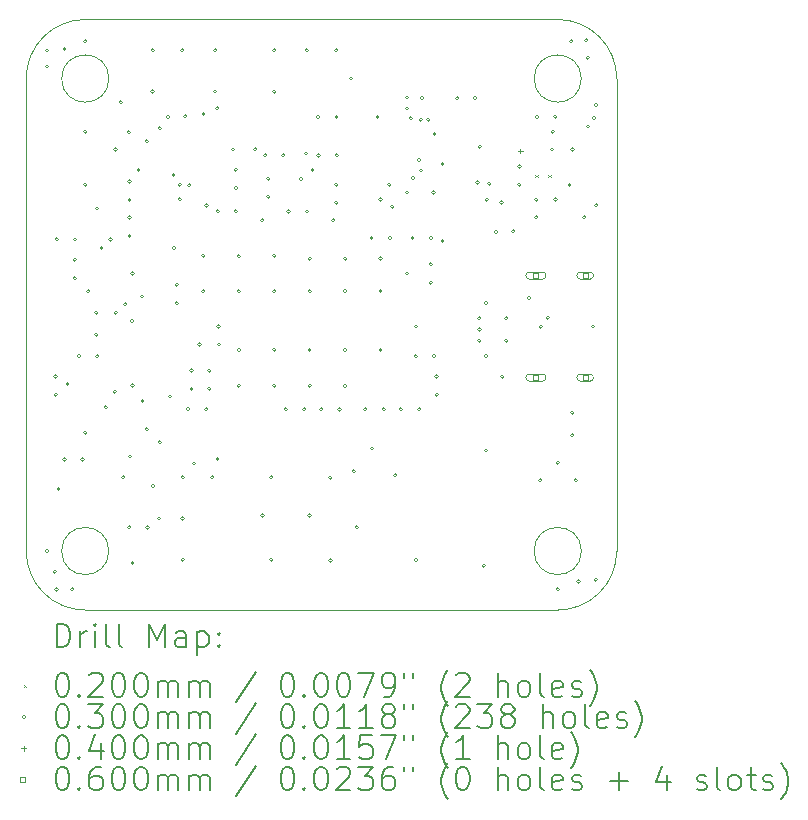
<source format=gbr>
%TF.GenerationSoftware,KiCad,Pcbnew,9.0.2-9.0.2-0~ubuntu24.04.1*%
%TF.CreationDate,2025-06-10T13:01:34-05:00*%
%TF.ProjectId,FC,46432e6b-6963-4616-945f-706362585858,rev?*%
%TF.SameCoordinates,Original*%
%TF.FileFunction,Drillmap*%
%TF.FilePolarity,Positive*%
%FSLAX45Y45*%
G04 Gerber Fmt 4.5, Leading zero omitted, Abs format (unit mm)*
G04 Created by KiCad (PCBNEW 9.0.2-9.0.2-0~ubuntu24.04.1) date 2025-06-10 13:01:34*
%MOMM*%
%LPD*%
G01*
G04 APERTURE LIST*
%ADD10C,0.050000*%
%ADD11C,0.200000*%
%ADD12C,0.100000*%
G04 APERTURE END LIST*
D10*
X19500000Y-5000000D02*
G75*
G02*
X20000000Y-5500000I0J-500000D01*
G01*
X20000000Y-9500000D02*
X20000000Y-5500000D01*
X19700000Y-9500000D02*
G75*
G02*
X19300000Y-9500000I-200000J0D01*
G01*
X19300000Y-9500000D02*
G75*
G02*
X19700000Y-9500000I200000J0D01*
G01*
X15000000Y-5500000D02*
G75*
G02*
X15500000Y-5000000I500000J0D01*
G01*
X15500000Y-10000000D02*
G75*
G02*
X15000000Y-9500000I0J500000D01*
G01*
X15500000Y-10000000D02*
X19500000Y-10000000D01*
X15500000Y-5000000D02*
X19500000Y-5000000D01*
X15700000Y-5500000D02*
G75*
G02*
X15300000Y-5500000I-200000J0D01*
G01*
X15300000Y-5500000D02*
G75*
G02*
X15700000Y-5500000I200000J0D01*
G01*
X15700000Y-9500000D02*
G75*
G02*
X15300000Y-9500000I-200000J0D01*
G01*
X15300000Y-9500000D02*
G75*
G02*
X15700000Y-9500000I200000J0D01*
G01*
X20000000Y-9500000D02*
G75*
G02*
X19500000Y-10000000I-500000J0D01*
G01*
X19700000Y-5500000D02*
G75*
G02*
X19300000Y-5500000I-200000J0D01*
G01*
X19300000Y-5500000D02*
G75*
G02*
X19700000Y-5500000I200000J0D01*
G01*
X15000000Y-5500000D02*
X15000000Y-9500000D01*
D11*
D12*
X19310000Y-6315000D02*
X19330000Y-6335000D01*
X19330000Y-6315000D02*
X19310000Y-6335000D01*
X19420000Y-6315000D02*
X19440000Y-6335000D01*
X19440000Y-6315000D02*
X19420000Y-6335000D01*
X15190952Y-5399048D02*
G75*
G02*
X15160952Y-5399048I-15000J0D01*
G01*
X15160952Y-5399048D02*
G75*
G02*
X15190952Y-5399048I15000J0D01*
G01*
X15190952Y-9500000D02*
G75*
G02*
X15160952Y-9500000I-15000J0D01*
G01*
X15160952Y-9500000D02*
G75*
G02*
X15190952Y-9500000I15000J0D01*
G01*
X15191903Y-5263746D02*
G75*
G02*
X15161903Y-5263746I-15000J0D01*
G01*
X15161903Y-5263746D02*
G75*
G02*
X15191903Y-5263746I15000J0D01*
G01*
X15258127Y-9675952D02*
G75*
G02*
X15228127Y-9675952I-15000J0D01*
G01*
X15228127Y-9675952D02*
G75*
G02*
X15258127Y-9675952I15000J0D01*
G01*
X15265000Y-8022500D02*
G75*
G02*
X15235000Y-8022500I-15000J0D01*
G01*
X15235000Y-8022500D02*
G75*
G02*
X15265000Y-8022500I15000J0D01*
G01*
X15265000Y-8177500D02*
G75*
G02*
X15235000Y-8177500I-15000J0D01*
G01*
X15235000Y-8177500D02*
G75*
G02*
X15265000Y-8177500I15000J0D01*
G01*
X15271873Y-9824048D02*
G75*
G02*
X15241873Y-9824048I-15000J0D01*
G01*
X15241873Y-9824048D02*
G75*
G02*
X15271873Y-9824048I15000J0D01*
G01*
X15273600Y-6861970D02*
G75*
G02*
X15243600Y-6861970I-15000J0D01*
G01*
X15243600Y-6861970D02*
G75*
G02*
X15273600Y-6861970I15000J0D01*
G01*
X15288635Y-8975000D02*
G75*
G02*
X15258635Y-8975000I-15000J0D01*
G01*
X15258635Y-8975000D02*
G75*
G02*
X15288635Y-8975000I15000J0D01*
G01*
X15337500Y-8725000D02*
G75*
G02*
X15307500Y-8725000I-15000J0D01*
G01*
X15307500Y-8725000D02*
G75*
G02*
X15337500Y-8725000I15000J0D01*
G01*
X15340000Y-5250000D02*
G75*
G02*
X15310000Y-5250000I-15000J0D01*
G01*
X15310000Y-5250000D02*
G75*
G02*
X15340000Y-5250000I15000J0D01*
G01*
X15365000Y-8085000D02*
G75*
G02*
X15335000Y-8085000I-15000J0D01*
G01*
X15335000Y-8085000D02*
G75*
G02*
X15365000Y-8085000I15000J0D01*
G01*
X15406223Y-9824048D02*
G75*
G02*
X15376223Y-9824048I-15000J0D01*
G01*
X15376223Y-9824048D02*
G75*
G02*
X15406223Y-9824048I15000J0D01*
G01*
X15426100Y-7034470D02*
G75*
G02*
X15396100Y-7034470I-15000J0D01*
G01*
X15396100Y-7034470D02*
G75*
G02*
X15426100Y-7034470I15000J0D01*
G01*
X15426100Y-7189470D02*
G75*
G02*
X15396100Y-7189470I-15000J0D01*
G01*
X15396100Y-7189470D02*
G75*
G02*
X15426100Y-7189470I15000J0D01*
G01*
X15428600Y-6861970D02*
G75*
G02*
X15398600Y-6861970I-15000J0D01*
G01*
X15398600Y-6861970D02*
G75*
G02*
X15428600Y-6861970I15000J0D01*
G01*
X15462500Y-7850000D02*
G75*
G02*
X15432500Y-7850000I-15000J0D01*
G01*
X15432500Y-7850000D02*
G75*
G02*
X15462500Y-7850000I15000J0D01*
G01*
X15492500Y-8725000D02*
G75*
G02*
X15462500Y-8725000I-15000J0D01*
G01*
X15462500Y-8725000D02*
G75*
G02*
X15492500Y-8725000I15000J0D01*
G01*
X15515000Y-5182825D02*
G75*
G02*
X15485000Y-5182825I-15000J0D01*
G01*
X15485000Y-5182825D02*
G75*
G02*
X15515000Y-5182825I15000J0D01*
G01*
X15515000Y-8500000D02*
G75*
G02*
X15485000Y-8500000I-15000J0D01*
G01*
X15485000Y-8500000D02*
G75*
G02*
X15515000Y-8500000I15000J0D01*
G01*
X15515070Y-5950000D02*
G75*
G02*
X15485070Y-5950000I-15000J0D01*
G01*
X15485070Y-5950000D02*
G75*
G02*
X15515070Y-5950000I15000J0D01*
G01*
X15515070Y-6400000D02*
G75*
G02*
X15485070Y-6400000I-15000J0D01*
G01*
X15485070Y-6400000D02*
G75*
G02*
X15515070Y-6400000I15000J0D01*
G01*
X15540000Y-7300000D02*
G75*
G02*
X15510000Y-7300000I-15000J0D01*
G01*
X15510000Y-7300000D02*
G75*
G02*
X15540000Y-7300000I15000J0D01*
G01*
X15607980Y-7482500D02*
G75*
G02*
X15577980Y-7482500I-15000J0D01*
G01*
X15577980Y-7482500D02*
G75*
G02*
X15607980Y-7482500I15000J0D01*
G01*
X15607980Y-7667500D02*
G75*
G02*
X15577980Y-7667500I-15000J0D01*
G01*
X15577980Y-7667500D02*
G75*
G02*
X15607980Y-7667500I15000J0D01*
G01*
X15615000Y-6600000D02*
G75*
G02*
X15585000Y-6600000I-15000J0D01*
G01*
X15585000Y-6600000D02*
G75*
G02*
X15615000Y-6600000I15000J0D01*
G01*
X15617500Y-7850000D02*
G75*
G02*
X15587500Y-7850000I-15000J0D01*
G01*
X15587500Y-7850000D02*
G75*
G02*
X15617500Y-7850000I15000J0D01*
G01*
X15651032Y-6934669D02*
G75*
G02*
X15621032Y-6934669I-15000J0D01*
G01*
X15621032Y-6934669D02*
G75*
G02*
X15651032Y-6934669I15000J0D01*
G01*
X15690000Y-8282600D02*
G75*
G02*
X15660000Y-8282600I-15000J0D01*
G01*
X15660000Y-8282600D02*
G75*
G02*
X15690000Y-8282600I15000J0D01*
G01*
X15728600Y-6861970D02*
G75*
G02*
X15698600Y-6861970I-15000J0D01*
G01*
X15698600Y-6861970D02*
G75*
G02*
X15728600Y-6861970I15000J0D01*
G01*
X15765000Y-8150000D02*
G75*
G02*
X15735000Y-8150000I-15000J0D01*
G01*
X15735000Y-8150000D02*
G75*
G02*
X15765000Y-8150000I15000J0D01*
G01*
X15772020Y-7482500D02*
G75*
G02*
X15742020Y-7482500I-15000J0D01*
G01*
X15742020Y-7482500D02*
G75*
G02*
X15772020Y-7482500I15000J0D01*
G01*
X15772500Y-6100000D02*
G75*
G02*
X15742500Y-6100000I-15000J0D01*
G01*
X15742500Y-6100000D02*
G75*
G02*
X15772500Y-6100000I15000J0D01*
G01*
X15815000Y-5700000D02*
G75*
G02*
X15785000Y-5700000I-15000J0D01*
G01*
X15785000Y-5700000D02*
G75*
G02*
X15815000Y-5700000I15000J0D01*
G01*
X15837500Y-8875000D02*
G75*
G02*
X15807500Y-8875000I-15000J0D01*
G01*
X15807500Y-8875000D02*
G75*
G02*
X15837500Y-8875000I15000J0D01*
G01*
X15854441Y-7411895D02*
G75*
G02*
X15824441Y-7411895I-15000J0D01*
G01*
X15824441Y-7411895D02*
G75*
G02*
X15854441Y-7411895I15000J0D01*
G01*
X15885199Y-5954801D02*
G75*
G02*
X15855199Y-5954801I-15000J0D01*
G01*
X15855199Y-5954801D02*
G75*
G02*
X15885199Y-5954801I15000J0D01*
G01*
X15887500Y-9300000D02*
G75*
G02*
X15857500Y-9300000I-15000J0D01*
G01*
X15857500Y-9300000D02*
G75*
G02*
X15887500Y-9300000I15000J0D01*
G01*
X15890000Y-6372500D02*
G75*
G02*
X15860000Y-6372500I-15000J0D01*
G01*
X15860000Y-6372500D02*
G75*
G02*
X15890000Y-6372500I15000J0D01*
G01*
X15890000Y-6527500D02*
G75*
G02*
X15860000Y-6527500I-15000J0D01*
G01*
X15860000Y-6527500D02*
G75*
G02*
X15890000Y-6527500I15000J0D01*
G01*
X15890000Y-6677500D02*
G75*
G02*
X15860000Y-6677500I-15000J0D01*
G01*
X15860000Y-6677500D02*
G75*
G02*
X15890000Y-6677500I15000J0D01*
G01*
X15890000Y-6832500D02*
G75*
G02*
X15860000Y-6832500I-15000J0D01*
G01*
X15860000Y-6832500D02*
G75*
G02*
X15890000Y-6832500I15000J0D01*
G01*
X15892500Y-8700000D02*
G75*
G02*
X15862500Y-8700000I-15000J0D01*
G01*
X15862500Y-8700000D02*
G75*
G02*
X15892500Y-8700000I15000J0D01*
G01*
X15911347Y-7553653D02*
G75*
G02*
X15881347Y-7553653I-15000J0D01*
G01*
X15881347Y-7553653D02*
G75*
G02*
X15911347Y-7553653I15000J0D01*
G01*
X15915000Y-7150000D02*
G75*
G02*
X15885000Y-7150000I-15000J0D01*
G01*
X15885000Y-7150000D02*
G75*
G02*
X15915000Y-7150000I15000J0D01*
G01*
X15915000Y-8100000D02*
G75*
G02*
X15885000Y-8100000I-15000J0D01*
G01*
X15885000Y-8100000D02*
G75*
G02*
X15915000Y-8100000I15000J0D01*
G01*
X15915000Y-9600000D02*
G75*
G02*
X15885000Y-9600000I-15000J0D01*
G01*
X15885000Y-9600000D02*
G75*
G02*
X15915000Y-9600000I15000J0D01*
G01*
X15965000Y-6275000D02*
G75*
G02*
X15935000Y-6275000I-15000J0D01*
G01*
X15935000Y-6275000D02*
G75*
G02*
X15965000Y-6275000I15000J0D01*
G01*
X15994926Y-7345073D02*
G75*
G02*
X15964926Y-7345073I-15000J0D01*
G01*
X15964926Y-7345073D02*
G75*
G02*
X15994926Y-7345073I15000J0D01*
G01*
X16000852Y-8229668D02*
G75*
G02*
X15970852Y-8229668I-15000J0D01*
G01*
X15970852Y-8229668D02*
G75*
G02*
X16000852Y-8229668I15000J0D01*
G01*
X16035199Y-6029801D02*
G75*
G02*
X16005199Y-6029801I-15000J0D01*
G01*
X16005199Y-6029801D02*
G75*
G02*
X16035199Y-6029801I15000J0D01*
G01*
X16035199Y-8470199D02*
G75*
G02*
X16005199Y-8470199I-15000J0D01*
G01*
X16005199Y-8470199D02*
G75*
G02*
X16035199Y-8470199I15000J0D01*
G01*
X16042500Y-9300000D02*
G75*
G02*
X16012500Y-9300000I-15000J0D01*
G01*
X16012500Y-9300000D02*
G75*
G02*
X16042500Y-9300000I15000J0D01*
G01*
X16085000Y-5260000D02*
G75*
G02*
X16055000Y-5260000I-15000J0D01*
G01*
X16055000Y-5260000D02*
G75*
G02*
X16085000Y-5260000I15000J0D01*
G01*
X16085000Y-5610000D02*
G75*
G02*
X16055000Y-5610000I-15000J0D01*
G01*
X16055000Y-5610000D02*
G75*
G02*
X16085000Y-5610000I15000J0D01*
G01*
X16090000Y-8950000D02*
G75*
G02*
X16060000Y-8950000I-15000J0D01*
G01*
X16060000Y-8950000D02*
G75*
G02*
X16090000Y-8950000I15000J0D01*
G01*
X16140000Y-9225000D02*
G75*
G02*
X16110000Y-9225000I-15000J0D01*
G01*
X16110000Y-9225000D02*
G75*
G02*
X16140000Y-9225000I15000J0D01*
G01*
X16144801Y-5920199D02*
G75*
G02*
X16114801Y-5920199I-15000J0D01*
G01*
X16114801Y-5920199D02*
G75*
G02*
X16144801Y-5920199I15000J0D01*
G01*
X16144801Y-8579801D02*
G75*
G02*
X16114801Y-8579801I-15000J0D01*
G01*
X16114801Y-8579801D02*
G75*
G02*
X16144801Y-8579801I15000J0D01*
G01*
X16217500Y-5825000D02*
G75*
G02*
X16187500Y-5825000I-15000J0D01*
G01*
X16187500Y-5825000D02*
G75*
G02*
X16217500Y-5825000I15000J0D01*
G01*
X16233412Y-8192164D02*
G75*
G02*
X16203412Y-8192164I-15000J0D01*
G01*
X16203412Y-8192164D02*
G75*
G02*
X16233412Y-8192164I15000J0D01*
G01*
X16262554Y-6315000D02*
G75*
G02*
X16232554Y-6315000I-15000J0D01*
G01*
X16232554Y-6315000D02*
G75*
G02*
X16262554Y-6315000I15000J0D01*
G01*
X16265000Y-6935000D02*
G75*
G02*
X16235000Y-6935000I-15000J0D01*
G01*
X16235000Y-6935000D02*
G75*
G02*
X16265000Y-6935000I15000J0D01*
G01*
X16290000Y-7247500D02*
G75*
G02*
X16260000Y-7247500I-15000J0D01*
G01*
X16260000Y-7247500D02*
G75*
G02*
X16290000Y-7247500I15000J0D01*
G01*
X16290000Y-7402500D02*
G75*
G02*
X16260000Y-7402500I-15000J0D01*
G01*
X16260000Y-7402500D02*
G75*
G02*
X16290000Y-7402500I15000J0D01*
G01*
X16315000Y-6400000D02*
G75*
G02*
X16285000Y-6400000I-15000J0D01*
G01*
X16285000Y-6400000D02*
G75*
G02*
X16315000Y-6400000I15000J0D01*
G01*
X16315000Y-6522500D02*
G75*
G02*
X16285000Y-6522500I-15000J0D01*
G01*
X16285000Y-6522500D02*
G75*
G02*
X16315000Y-6522500I15000J0D01*
G01*
X16335000Y-5260000D02*
G75*
G02*
X16305000Y-5260000I-15000J0D01*
G01*
X16305000Y-5260000D02*
G75*
G02*
X16335000Y-5260000I15000J0D01*
G01*
X16340000Y-8875000D02*
G75*
G02*
X16310000Y-8875000I-15000J0D01*
G01*
X16310000Y-8875000D02*
G75*
G02*
X16340000Y-8875000I15000J0D01*
G01*
X16340000Y-9225000D02*
G75*
G02*
X16310000Y-9225000I-15000J0D01*
G01*
X16310000Y-9225000D02*
G75*
G02*
X16340000Y-9225000I15000J0D01*
G01*
X16340000Y-9575000D02*
G75*
G02*
X16310000Y-9575000I-15000J0D01*
G01*
X16310000Y-9575000D02*
G75*
G02*
X16340000Y-9575000I15000J0D01*
G01*
X16362500Y-5820000D02*
G75*
G02*
X16332500Y-5820000I-15000J0D01*
G01*
X16332500Y-5820000D02*
G75*
G02*
X16362500Y-5820000I15000J0D01*
G01*
X16385000Y-8300000D02*
G75*
G02*
X16355000Y-8300000I-15000J0D01*
G01*
X16355000Y-8300000D02*
G75*
G02*
X16385000Y-8300000I15000J0D01*
G01*
X16394926Y-6404926D02*
G75*
G02*
X16364926Y-6404926I-15000J0D01*
G01*
X16364926Y-6404926D02*
G75*
G02*
X16394926Y-6404926I15000J0D01*
G01*
X16415000Y-7972500D02*
G75*
G02*
X16385000Y-7972500I-15000J0D01*
G01*
X16385000Y-7972500D02*
G75*
G02*
X16415000Y-7972500I15000J0D01*
G01*
X16415000Y-8127500D02*
G75*
G02*
X16385000Y-8127500I-15000J0D01*
G01*
X16385000Y-8127500D02*
G75*
G02*
X16415000Y-8127500I15000J0D01*
G01*
X16434609Y-8759734D02*
G75*
G02*
X16404609Y-8759734I-15000J0D01*
G01*
X16404609Y-8759734D02*
G75*
G02*
X16434609Y-8759734I15000J0D01*
G01*
X16482500Y-7750000D02*
G75*
G02*
X16452500Y-7750000I-15000J0D01*
G01*
X16452500Y-7750000D02*
G75*
G02*
X16482500Y-7750000I15000J0D01*
G01*
X16515000Y-7000000D02*
G75*
G02*
X16485000Y-7000000I-15000J0D01*
G01*
X16485000Y-7000000D02*
G75*
G02*
X16515000Y-7000000I15000J0D01*
G01*
X16515000Y-7300000D02*
G75*
G02*
X16485000Y-7300000I-15000J0D01*
G01*
X16485000Y-7300000D02*
G75*
G02*
X16515000Y-7300000I15000J0D01*
G01*
X16517500Y-5800000D02*
G75*
G02*
X16487500Y-5800000I-15000J0D01*
G01*
X16487500Y-5800000D02*
G75*
G02*
X16517500Y-5800000I15000J0D01*
G01*
X16540000Y-6575000D02*
G75*
G02*
X16510000Y-6575000I-15000J0D01*
G01*
X16510000Y-6575000D02*
G75*
G02*
X16540000Y-6575000I15000J0D01*
G01*
X16540000Y-8300000D02*
G75*
G02*
X16510000Y-8300000I-15000J0D01*
G01*
X16510000Y-8300000D02*
G75*
G02*
X16540000Y-8300000I15000J0D01*
G01*
X16565000Y-7972500D02*
G75*
G02*
X16535000Y-7972500I-15000J0D01*
G01*
X16535000Y-7972500D02*
G75*
G02*
X16565000Y-7972500I15000J0D01*
G01*
X16565000Y-8127500D02*
G75*
G02*
X16535000Y-8127500I-15000J0D01*
G01*
X16535000Y-8127500D02*
G75*
G02*
X16565000Y-8127500I15000J0D01*
G01*
X16590000Y-8875000D02*
G75*
G02*
X16560000Y-8875000I-15000J0D01*
G01*
X16560000Y-8875000D02*
G75*
G02*
X16590000Y-8875000I15000J0D01*
G01*
X16615000Y-5260000D02*
G75*
G02*
X16585000Y-5260000I-15000J0D01*
G01*
X16585000Y-5260000D02*
G75*
G02*
X16615000Y-5260000I15000J0D01*
G01*
X16615000Y-5610000D02*
G75*
G02*
X16585000Y-5610000I-15000J0D01*
G01*
X16585000Y-5610000D02*
G75*
G02*
X16615000Y-5610000I15000J0D01*
G01*
X16633260Y-5752700D02*
G75*
G02*
X16603260Y-5752700I-15000J0D01*
G01*
X16603260Y-5752700D02*
G75*
G02*
X16633260Y-5752700I15000J0D01*
G01*
X16636394Y-8721394D02*
G75*
G02*
X16606394Y-8721394I-15000J0D01*
G01*
X16606394Y-8721394D02*
G75*
G02*
X16636394Y-8721394I15000J0D01*
G01*
X16637500Y-6625000D02*
G75*
G02*
X16607500Y-6625000I-15000J0D01*
G01*
X16607500Y-6625000D02*
G75*
G02*
X16637500Y-6625000I15000J0D01*
G01*
X16642500Y-7600000D02*
G75*
G02*
X16612500Y-7600000I-15000J0D01*
G01*
X16612500Y-7600000D02*
G75*
G02*
X16642500Y-7600000I15000J0D01*
G01*
X16647500Y-7750000D02*
G75*
G02*
X16617500Y-7750000I-15000J0D01*
G01*
X16617500Y-7750000D02*
G75*
G02*
X16647500Y-7750000I15000J0D01*
G01*
X16765000Y-6100000D02*
G75*
G02*
X16735000Y-6100000I-15000J0D01*
G01*
X16735000Y-6100000D02*
G75*
G02*
X16765000Y-6100000I15000J0D01*
G01*
X16790000Y-6272500D02*
G75*
G02*
X16760000Y-6272500I-15000J0D01*
G01*
X16760000Y-6272500D02*
G75*
G02*
X16790000Y-6272500I15000J0D01*
G01*
X16790000Y-6427500D02*
G75*
G02*
X16760000Y-6427500I-15000J0D01*
G01*
X16760000Y-6427500D02*
G75*
G02*
X16790000Y-6427500I15000J0D01*
G01*
X16791250Y-6623750D02*
G75*
G02*
X16761250Y-6623750I-15000J0D01*
G01*
X16761250Y-6623750D02*
G75*
G02*
X16791250Y-6623750I15000J0D01*
G01*
X16815000Y-7003087D02*
G75*
G02*
X16785000Y-7003087I-15000J0D01*
G01*
X16785000Y-7003087D02*
G75*
G02*
X16815000Y-7003087I15000J0D01*
G01*
X16815000Y-7300000D02*
G75*
G02*
X16785000Y-7300000I-15000J0D01*
G01*
X16785000Y-7300000D02*
G75*
G02*
X16815000Y-7300000I15000J0D01*
G01*
X16815000Y-7798440D02*
G75*
G02*
X16785000Y-7798440I-15000J0D01*
G01*
X16785000Y-7798440D02*
G75*
G02*
X16815000Y-7798440I15000J0D01*
G01*
X16815000Y-8100000D02*
G75*
G02*
X16785000Y-8100000I-15000J0D01*
G01*
X16785000Y-8100000D02*
G75*
G02*
X16815000Y-8100000I15000J0D01*
G01*
X16954255Y-6100126D02*
G75*
G02*
X16924255Y-6100126I-15000J0D01*
G01*
X16924255Y-6100126D02*
G75*
G02*
X16954255Y-6100126I15000J0D01*
G01*
X17015000Y-6700000D02*
G75*
G02*
X16985000Y-6700000I-15000J0D01*
G01*
X16985000Y-6700000D02*
G75*
G02*
X17015000Y-6700000I15000J0D01*
G01*
X17015000Y-9200000D02*
G75*
G02*
X16985000Y-9200000I-15000J0D01*
G01*
X16985000Y-9200000D02*
G75*
G02*
X17015000Y-9200000I15000J0D01*
G01*
X17037500Y-6150000D02*
G75*
G02*
X17007500Y-6150000I-15000J0D01*
G01*
X17007500Y-6150000D02*
G75*
G02*
X17037500Y-6150000I15000J0D01*
G01*
X17065000Y-6502500D02*
G75*
G02*
X17035000Y-6502500I-15000J0D01*
G01*
X17035000Y-6502500D02*
G75*
G02*
X17065000Y-6502500I15000J0D01*
G01*
X17066250Y-6348750D02*
G75*
G02*
X17036250Y-6348750I-15000J0D01*
G01*
X17036250Y-6348750D02*
G75*
G02*
X17066250Y-6348750I15000J0D01*
G01*
X17090000Y-8875000D02*
G75*
G02*
X17060000Y-8875000I-15000J0D01*
G01*
X17060000Y-8875000D02*
G75*
G02*
X17090000Y-8875000I15000J0D01*
G01*
X17090000Y-9575000D02*
G75*
G02*
X17060000Y-9575000I-15000J0D01*
G01*
X17060000Y-9575000D02*
G75*
G02*
X17090000Y-9575000I15000J0D01*
G01*
X17115000Y-5260000D02*
G75*
G02*
X17085000Y-5260000I-15000J0D01*
G01*
X17085000Y-5260000D02*
G75*
G02*
X17115000Y-5260000I15000J0D01*
G01*
X17115000Y-5610000D02*
G75*
G02*
X17085000Y-5610000I-15000J0D01*
G01*
X17085000Y-5610000D02*
G75*
G02*
X17115000Y-5610000I15000J0D01*
G01*
X17115000Y-7000000D02*
G75*
G02*
X17085000Y-7000000I-15000J0D01*
G01*
X17085000Y-7000000D02*
G75*
G02*
X17115000Y-7000000I15000J0D01*
G01*
X17115000Y-7300000D02*
G75*
G02*
X17085000Y-7300000I-15000J0D01*
G01*
X17085000Y-7300000D02*
G75*
G02*
X17115000Y-7300000I15000J0D01*
G01*
X17115000Y-7796880D02*
G75*
G02*
X17085000Y-7796880I-15000J0D01*
G01*
X17085000Y-7796880D02*
G75*
G02*
X17115000Y-7796880I15000J0D01*
G01*
X17115000Y-8100000D02*
G75*
G02*
X17085000Y-8100000I-15000J0D01*
G01*
X17085000Y-8100000D02*
G75*
G02*
X17115000Y-8100000I15000J0D01*
G01*
X17192500Y-6150000D02*
G75*
G02*
X17162500Y-6150000I-15000J0D01*
G01*
X17162500Y-6150000D02*
G75*
G02*
X17192500Y-6150000I15000J0D01*
G01*
X17212500Y-8300000D02*
G75*
G02*
X17182500Y-8300000I-15000J0D01*
G01*
X17182500Y-8300000D02*
G75*
G02*
X17212500Y-8300000I15000J0D01*
G01*
X17237500Y-6625000D02*
G75*
G02*
X17207500Y-6625000I-15000J0D01*
G01*
X17207500Y-6625000D02*
G75*
G02*
X17237500Y-6625000I15000J0D01*
G01*
X17339807Y-6350193D02*
G75*
G02*
X17309807Y-6350193I-15000J0D01*
G01*
X17309807Y-6350193D02*
G75*
G02*
X17339807Y-6350193I15000J0D01*
G01*
X17367500Y-8300000D02*
G75*
G02*
X17337500Y-8300000I-15000J0D01*
G01*
X17337500Y-8300000D02*
G75*
G02*
X17367500Y-8300000I15000J0D01*
G01*
X17383540Y-6135531D02*
G75*
G02*
X17353540Y-6135531I-15000J0D01*
G01*
X17353540Y-6135531D02*
G75*
G02*
X17383540Y-6135531I15000J0D01*
G01*
X17390000Y-5260000D02*
G75*
G02*
X17360000Y-5260000I-15000J0D01*
G01*
X17360000Y-5260000D02*
G75*
G02*
X17390000Y-5260000I15000J0D01*
G01*
X17392500Y-6625000D02*
G75*
G02*
X17362500Y-6625000I-15000J0D01*
G01*
X17362500Y-6625000D02*
G75*
G02*
X17392500Y-6625000I15000J0D01*
G01*
X17415000Y-7025000D02*
G75*
G02*
X17385000Y-7025000I-15000J0D01*
G01*
X17385000Y-7025000D02*
G75*
G02*
X17415000Y-7025000I15000J0D01*
G01*
X17415000Y-7300000D02*
G75*
G02*
X17385000Y-7300000I-15000J0D01*
G01*
X17385000Y-7300000D02*
G75*
G02*
X17415000Y-7300000I15000J0D01*
G01*
X17415000Y-7798440D02*
G75*
G02*
X17385000Y-7798440I-15000J0D01*
G01*
X17385000Y-7798440D02*
G75*
G02*
X17415000Y-7798440I15000J0D01*
G01*
X17415000Y-8100000D02*
G75*
G02*
X17385000Y-8100000I-15000J0D01*
G01*
X17385000Y-8100000D02*
G75*
G02*
X17415000Y-8100000I15000J0D01*
G01*
X17415000Y-9200000D02*
G75*
G02*
X17385000Y-9200000I-15000J0D01*
G01*
X17385000Y-9200000D02*
G75*
G02*
X17415000Y-9200000I15000J0D01*
G01*
X17440000Y-6275000D02*
G75*
G02*
X17410000Y-6275000I-15000J0D01*
G01*
X17410000Y-6275000D02*
G75*
G02*
X17440000Y-6275000I15000J0D01*
G01*
X17487500Y-5825000D02*
G75*
G02*
X17457500Y-5825000I-15000J0D01*
G01*
X17457500Y-5825000D02*
G75*
G02*
X17487500Y-5825000I15000J0D01*
G01*
X17490000Y-6150000D02*
G75*
G02*
X17460000Y-6150000I-15000J0D01*
G01*
X17460000Y-6150000D02*
G75*
G02*
X17490000Y-6150000I15000J0D01*
G01*
X17512500Y-8300000D02*
G75*
G02*
X17482500Y-8300000I-15000J0D01*
G01*
X17482500Y-8300000D02*
G75*
G02*
X17512500Y-8300000I15000J0D01*
G01*
X17590000Y-8880000D02*
G75*
G02*
X17560000Y-8880000I-15000J0D01*
G01*
X17560000Y-8880000D02*
G75*
G02*
X17590000Y-8880000I15000J0D01*
G01*
X17590000Y-9580000D02*
G75*
G02*
X17560000Y-9580000I-15000J0D01*
G01*
X17560000Y-9580000D02*
G75*
G02*
X17590000Y-9580000I15000J0D01*
G01*
X17615000Y-6700000D02*
G75*
G02*
X17585000Y-6700000I-15000J0D01*
G01*
X17585000Y-6700000D02*
G75*
G02*
X17615000Y-6700000I15000J0D01*
G01*
X17640000Y-5260000D02*
G75*
G02*
X17610000Y-5260000I-15000J0D01*
G01*
X17610000Y-5260000D02*
G75*
G02*
X17640000Y-5260000I15000J0D01*
G01*
X17640000Y-6397500D02*
G75*
G02*
X17610000Y-6397500I-15000J0D01*
G01*
X17610000Y-6397500D02*
G75*
G02*
X17640000Y-6397500I15000J0D01*
G01*
X17640000Y-6552500D02*
G75*
G02*
X17610000Y-6552500I-15000J0D01*
G01*
X17610000Y-6552500D02*
G75*
G02*
X17640000Y-6552500I15000J0D01*
G01*
X17642500Y-5825000D02*
G75*
G02*
X17612500Y-5825000I-15000J0D01*
G01*
X17612500Y-5825000D02*
G75*
G02*
X17642500Y-5825000I15000J0D01*
G01*
X17645000Y-6150000D02*
G75*
G02*
X17615000Y-6150000I-15000J0D01*
G01*
X17615000Y-6150000D02*
G75*
G02*
X17645000Y-6150000I15000J0D01*
G01*
X17667500Y-8300000D02*
G75*
G02*
X17637500Y-8300000I-15000J0D01*
G01*
X17637500Y-8300000D02*
G75*
G02*
X17667500Y-8300000I15000J0D01*
G01*
X17715000Y-7025000D02*
G75*
G02*
X17685000Y-7025000I-15000J0D01*
G01*
X17685000Y-7025000D02*
G75*
G02*
X17715000Y-7025000I15000J0D01*
G01*
X17715000Y-7300000D02*
G75*
G02*
X17685000Y-7300000I-15000J0D01*
G01*
X17685000Y-7300000D02*
G75*
G02*
X17715000Y-7300000I15000J0D01*
G01*
X17715000Y-7798440D02*
G75*
G02*
X17685000Y-7798440I-15000J0D01*
G01*
X17685000Y-7798440D02*
G75*
G02*
X17715000Y-7798440I15000J0D01*
G01*
X17715000Y-8101560D02*
G75*
G02*
X17685000Y-8101560I-15000J0D01*
G01*
X17685000Y-8101560D02*
G75*
G02*
X17715000Y-8101560I15000J0D01*
G01*
X17765000Y-5500000D02*
G75*
G02*
X17735000Y-5500000I-15000J0D01*
G01*
X17735000Y-5500000D02*
G75*
G02*
X17765000Y-5500000I15000J0D01*
G01*
X17787500Y-8825000D02*
G75*
G02*
X17757500Y-8825000I-15000J0D01*
G01*
X17757500Y-8825000D02*
G75*
G02*
X17787500Y-8825000I15000J0D01*
G01*
X17815000Y-9300000D02*
G75*
G02*
X17785000Y-9300000I-15000J0D01*
G01*
X17785000Y-9300000D02*
G75*
G02*
X17815000Y-9300000I15000J0D01*
G01*
X17887500Y-8300000D02*
G75*
G02*
X17857500Y-8300000I-15000J0D01*
G01*
X17857500Y-8300000D02*
G75*
G02*
X17887500Y-8300000I15000J0D01*
G01*
X17940000Y-6850000D02*
G75*
G02*
X17910000Y-6850000I-15000J0D01*
G01*
X17910000Y-6850000D02*
G75*
G02*
X17940000Y-6850000I15000J0D01*
G01*
X17941944Y-8631441D02*
G75*
G02*
X17911944Y-8631441I-15000J0D01*
G01*
X17911944Y-8631441D02*
G75*
G02*
X17941944Y-8631441I15000J0D01*
G01*
X17990000Y-5825000D02*
G75*
G02*
X17960000Y-5825000I-15000J0D01*
G01*
X17960000Y-5825000D02*
G75*
G02*
X17990000Y-5825000I15000J0D01*
G01*
X18015000Y-6525000D02*
G75*
G02*
X17985000Y-6525000I-15000J0D01*
G01*
X17985000Y-6525000D02*
G75*
G02*
X18015000Y-6525000I15000J0D01*
G01*
X18015000Y-7025000D02*
G75*
G02*
X17985000Y-7025000I-15000J0D01*
G01*
X17985000Y-7025000D02*
G75*
G02*
X18015000Y-7025000I15000J0D01*
G01*
X18015000Y-7300000D02*
G75*
G02*
X17985000Y-7300000I-15000J0D01*
G01*
X17985000Y-7300000D02*
G75*
G02*
X18015000Y-7300000I15000J0D01*
G01*
X18015000Y-7800000D02*
G75*
G02*
X17985000Y-7800000I-15000J0D01*
G01*
X17985000Y-7800000D02*
G75*
G02*
X18015000Y-7800000I15000J0D01*
G01*
X18042500Y-8300000D02*
G75*
G02*
X18012500Y-8300000I-15000J0D01*
G01*
X18012500Y-8300000D02*
G75*
G02*
X18042500Y-8300000I15000J0D01*
G01*
X18090147Y-6400000D02*
G75*
G02*
X18060147Y-6400000I-15000J0D01*
G01*
X18060147Y-6400000D02*
G75*
G02*
X18090147Y-6400000I15000J0D01*
G01*
X18095000Y-6850000D02*
G75*
G02*
X18065000Y-6850000I-15000J0D01*
G01*
X18065000Y-6850000D02*
G75*
G02*
X18095000Y-6850000I15000J0D01*
G01*
X18115000Y-6585000D02*
G75*
G02*
X18085000Y-6585000I-15000J0D01*
G01*
X18085000Y-6585000D02*
G75*
G02*
X18115000Y-6585000I15000J0D01*
G01*
X18140000Y-8860000D02*
G75*
G02*
X18110000Y-8860000I-15000J0D01*
G01*
X18110000Y-8860000D02*
G75*
G02*
X18140000Y-8860000I15000J0D01*
G01*
X18187500Y-8300000D02*
G75*
G02*
X18157500Y-8300000I-15000J0D01*
G01*
X18157500Y-8300000D02*
G75*
G02*
X18187500Y-8300000I15000J0D01*
G01*
X18240000Y-5660000D02*
G75*
G02*
X18210000Y-5660000I-15000J0D01*
G01*
X18210000Y-5660000D02*
G75*
G02*
X18240000Y-5660000I15000J0D01*
G01*
X18240000Y-6465000D02*
G75*
G02*
X18210000Y-6465000I-15000J0D01*
G01*
X18210000Y-6465000D02*
G75*
G02*
X18240000Y-6465000I15000J0D01*
G01*
X18240000Y-7150000D02*
G75*
G02*
X18210000Y-7150000I-15000J0D01*
G01*
X18210000Y-7150000D02*
G75*
G02*
X18240000Y-7150000I15000J0D01*
G01*
X18240104Y-5752678D02*
G75*
G02*
X18210104Y-5752678I-15000J0D01*
G01*
X18210104Y-5752678D02*
G75*
G02*
X18240104Y-5752678I15000J0D01*
G01*
X18270000Y-5835000D02*
G75*
G02*
X18240000Y-5835000I-15000J0D01*
G01*
X18240000Y-5835000D02*
G75*
G02*
X18270000Y-5835000I15000J0D01*
G01*
X18287500Y-6850000D02*
G75*
G02*
X18257500Y-6850000I-15000J0D01*
G01*
X18257500Y-6850000D02*
G75*
G02*
X18287500Y-6850000I15000J0D01*
G01*
X18290000Y-6340000D02*
G75*
G02*
X18260000Y-6340000I-15000J0D01*
G01*
X18260000Y-6340000D02*
G75*
G02*
X18290000Y-6340000I15000J0D01*
G01*
X18312500Y-7850000D02*
G75*
G02*
X18282500Y-7850000I-15000J0D01*
G01*
X18282500Y-7850000D02*
G75*
G02*
X18312500Y-7850000I15000J0D01*
G01*
X18315000Y-7600000D02*
G75*
G02*
X18285000Y-7600000I-15000J0D01*
G01*
X18285000Y-7600000D02*
G75*
G02*
X18315000Y-7600000I15000J0D01*
G01*
X18315000Y-9575000D02*
G75*
G02*
X18285000Y-9575000I-15000J0D01*
G01*
X18285000Y-9575000D02*
G75*
G02*
X18315000Y-9575000I15000J0D01*
G01*
X18340000Y-6190000D02*
G75*
G02*
X18310000Y-6190000I-15000J0D01*
G01*
X18310000Y-6190000D02*
G75*
G02*
X18340000Y-6190000I15000J0D01*
G01*
X18342500Y-8300000D02*
G75*
G02*
X18312500Y-8300000I-15000J0D01*
G01*
X18312500Y-8300000D02*
G75*
G02*
X18342500Y-8300000I15000J0D01*
G01*
X18355000Y-5850000D02*
G75*
G02*
X18325000Y-5850000I-15000J0D01*
G01*
X18325000Y-5850000D02*
G75*
G02*
X18355000Y-5850000I15000J0D01*
G01*
X18358924Y-6278777D02*
G75*
G02*
X18328924Y-6278777I-15000J0D01*
G01*
X18328924Y-6278777D02*
G75*
G02*
X18358924Y-6278777I15000J0D01*
G01*
X18365000Y-5665000D02*
G75*
G02*
X18335000Y-5665000I-15000J0D01*
G01*
X18335000Y-5665000D02*
G75*
G02*
X18365000Y-5665000I15000J0D01*
G01*
X18420456Y-5848662D02*
G75*
G02*
X18390456Y-5848662I-15000J0D01*
G01*
X18390456Y-5848662D02*
G75*
G02*
X18420456Y-5848662I15000J0D01*
G01*
X18440000Y-7072500D02*
G75*
G02*
X18410000Y-7072500I-15000J0D01*
G01*
X18410000Y-7072500D02*
G75*
G02*
X18440000Y-7072500I15000J0D01*
G01*
X18440000Y-7227500D02*
G75*
G02*
X18410000Y-7227500I-15000J0D01*
G01*
X18410000Y-7227500D02*
G75*
G02*
X18440000Y-7227500I15000J0D01*
G01*
X18442500Y-6850000D02*
G75*
G02*
X18412500Y-6850000I-15000J0D01*
G01*
X18412500Y-6850000D02*
G75*
G02*
X18442500Y-6850000I15000J0D01*
G01*
X18465147Y-6465000D02*
G75*
G02*
X18435147Y-6465000I-15000J0D01*
G01*
X18435147Y-6465000D02*
G75*
G02*
X18465147Y-6465000I15000J0D01*
G01*
X18467500Y-7850000D02*
G75*
G02*
X18437500Y-7850000I-15000J0D01*
G01*
X18437500Y-7850000D02*
G75*
G02*
X18467500Y-7850000I15000J0D01*
G01*
X18472700Y-5970000D02*
G75*
G02*
X18442700Y-5970000I-15000J0D01*
G01*
X18442700Y-5970000D02*
G75*
G02*
X18472700Y-5970000I15000J0D01*
G01*
X18490000Y-8022500D02*
G75*
G02*
X18460000Y-8022500I-15000J0D01*
G01*
X18460000Y-8022500D02*
G75*
G02*
X18490000Y-8022500I15000J0D01*
G01*
X18490000Y-8177500D02*
G75*
G02*
X18460000Y-8177500I-15000J0D01*
G01*
X18460000Y-8177500D02*
G75*
G02*
X18490000Y-8177500I15000J0D01*
G01*
X18539800Y-6225000D02*
G75*
G02*
X18509800Y-6225000I-15000J0D01*
G01*
X18509800Y-6225000D02*
G75*
G02*
X18539800Y-6225000I15000J0D01*
G01*
X18540000Y-6875000D02*
G75*
G02*
X18510000Y-6875000I-15000J0D01*
G01*
X18510000Y-6875000D02*
G75*
G02*
X18540000Y-6875000I15000J0D01*
G01*
X18665000Y-5665000D02*
G75*
G02*
X18635000Y-5665000I-15000J0D01*
G01*
X18635000Y-5665000D02*
G75*
G02*
X18665000Y-5665000I15000J0D01*
G01*
X18815000Y-5665000D02*
G75*
G02*
X18785000Y-5665000I-15000J0D01*
G01*
X18785000Y-5665000D02*
G75*
G02*
X18815000Y-5665000I15000J0D01*
G01*
X18834948Y-6380052D02*
G75*
G02*
X18804948Y-6380052I-15000J0D01*
G01*
X18804948Y-6380052D02*
G75*
G02*
X18834948Y-6380052I15000J0D01*
G01*
X18851250Y-7530000D02*
G75*
G02*
X18821250Y-7530000I-15000J0D01*
G01*
X18821250Y-7530000D02*
G75*
G02*
X18851250Y-7530000I15000J0D01*
G01*
X18851250Y-7625000D02*
G75*
G02*
X18821250Y-7625000I-15000J0D01*
G01*
X18821250Y-7625000D02*
G75*
G02*
X18851250Y-7625000I15000J0D01*
G01*
X18851250Y-7720000D02*
G75*
G02*
X18821250Y-7720000I-15000J0D01*
G01*
X18821250Y-7720000D02*
G75*
G02*
X18851250Y-7720000I15000J0D01*
G01*
X18855000Y-6077000D02*
G75*
G02*
X18825000Y-6077000I-15000J0D01*
G01*
X18825000Y-6077000D02*
G75*
G02*
X18855000Y-6077000I15000J0D01*
G01*
X18890000Y-9625000D02*
G75*
G02*
X18860000Y-9625000I-15000J0D01*
G01*
X18860000Y-9625000D02*
G75*
G02*
X18890000Y-9625000I15000J0D01*
G01*
X18907500Y-7400000D02*
G75*
G02*
X18877500Y-7400000I-15000J0D01*
G01*
X18877500Y-7400000D02*
G75*
G02*
X18907500Y-7400000I15000J0D01*
G01*
X18907500Y-7850000D02*
G75*
G02*
X18877500Y-7850000I-15000J0D01*
G01*
X18877500Y-7850000D02*
G75*
G02*
X18907500Y-7850000I15000J0D01*
G01*
X18907500Y-8650000D02*
G75*
G02*
X18877500Y-8650000I-15000J0D01*
G01*
X18877500Y-8650000D02*
G75*
G02*
X18907500Y-8650000I15000J0D01*
G01*
X18915000Y-6525000D02*
G75*
G02*
X18885000Y-6525000I-15000J0D01*
G01*
X18885000Y-6525000D02*
G75*
G02*
X18915000Y-6525000I15000J0D01*
G01*
X18935922Y-6391365D02*
G75*
G02*
X18905922Y-6391365I-15000J0D01*
G01*
X18905922Y-6391365D02*
G75*
G02*
X18935922Y-6391365I15000J0D01*
G01*
X18992500Y-6800000D02*
G75*
G02*
X18962500Y-6800000I-15000J0D01*
G01*
X18962500Y-6800000D02*
G75*
G02*
X18992500Y-6800000I15000J0D01*
G01*
X19040000Y-6550000D02*
G75*
G02*
X19010000Y-6550000I-15000J0D01*
G01*
X19010000Y-6550000D02*
G75*
G02*
X19040000Y-6550000I15000J0D01*
G01*
X19047500Y-8025000D02*
G75*
G02*
X19017500Y-8025000I-15000J0D01*
G01*
X19017500Y-8025000D02*
G75*
G02*
X19047500Y-8025000I15000J0D01*
G01*
X19078750Y-7530000D02*
G75*
G02*
X19048750Y-7530000I-15000J0D01*
G01*
X19048750Y-7530000D02*
G75*
G02*
X19078750Y-7530000I15000J0D01*
G01*
X19078750Y-7720000D02*
G75*
G02*
X19048750Y-7720000I-15000J0D01*
G01*
X19048750Y-7720000D02*
G75*
G02*
X19078750Y-7720000I15000J0D01*
G01*
X19140000Y-6792500D02*
G75*
G02*
X19110000Y-6792500I-15000J0D01*
G01*
X19110000Y-6792500D02*
G75*
G02*
X19140000Y-6792500I15000J0D01*
G01*
X19190000Y-6245000D02*
G75*
G02*
X19160000Y-6245000I-15000J0D01*
G01*
X19160000Y-6245000D02*
G75*
G02*
X19190000Y-6245000I15000J0D01*
G01*
X19190000Y-6400000D02*
G75*
G02*
X19160000Y-6400000I-15000J0D01*
G01*
X19160000Y-6400000D02*
G75*
G02*
X19190000Y-6400000I15000J0D01*
G01*
X19272000Y-7360000D02*
G75*
G02*
X19242000Y-7360000I-15000J0D01*
G01*
X19242000Y-7360000D02*
G75*
G02*
X19272000Y-7360000I15000J0D01*
G01*
X19332500Y-6525000D02*
G75*
G02*
X19302500Y-6525000I-15000J0D01*
G01*
X19302500Y-6525000D02*
G75*
G02*
X19332500Y-6525000I15000J0D01*
G01*
X19332500Y-6675000D02*
G75*
G02*
X19302500Y-6675000I-15000J0D01*
G01*
X19302500Y-6675000D02*
G75*
G02*
X19332500Y-6675000I15000J0D01*
G01*
X19340000Y-5825000D02*
G75*
G02*
X19310000Y-5825000I-15000J0D01*
G01*
X19310000Y-5825000D02*
G75*
G02*
X19340000Y-5825000I15000J0D01*
G01*
X19367500Y-8900000D02*
G75*
G02*
X19337500Y-8900000I-15000J0D01*
G01*
X19337500Y-8900000D02*
G75*
G02*
X19367500Y-8900000I15000J0D01*
G01*
X19372300Y-7600000D02*
G75*
G02*
X19342300Y-7600000I-15000J0D01*
G01*
X19342300Y-7600000D02*
G75*
G02*
X19372300Y-7600000I15000J0D01*
G01*
X19432300Y-7525000D02*
G75*
G02*
X19402300Y-7525000I-15000J0D01*
G01*
X19402300Y-7525000D02*
G75*
G02*
X19432300Y-7525000I15000J0D01*
G01*
X19467500Y-6100000D02*
G75*
G02*
X19437500Y-6100000I-15000J0D01*
G01*
X19437500Y-6100000D02*
G75*
G02*
X19467500Y-6100000I15000J0D01*
G01*
X19472500Y-5950000D02*
G75*
G02*
X19442500Y-5950000I-15000J0D01*
G01*
X19442500Y-5950000D02*
G75*
G02*
X19472500Y-5950000I15000J0D01*
G01*
X19495000Y-5825000D02*
G75*
G02*
X19465000Y-5825000I-15000J0D01*
G01*
X19465000Y-5825000D02*
G75*
G02*
X19495000Y-5825000I15000J0D01*
G01*
X19497500Y-6525000D02*
G75*
G02*
X19467500Y-6525000I-15000J0D01*
G01*
X19467500Y-6525000D02*
G75*
G02*
X19497500Y-6525000I15000J0D01*
G01*
X19515000Y-8752500D02*
G75*
G02*
X19485000Y-8752500I-15000J0D01*
G01*
X19485000Y-8752500D02*
G75*
G02*
X19515000Y-8752500I15000J0D01*
G01*
X19515000Y-9824048D02*
G75*
G02*
X19485000Y-9824048I-15000J0D01*
G01*
X19485000Y-9824048D02*
G75*
G02*
X19515000Y-9824048I15000J0D01*
G01*
X19615000Y-6400000D02*
G75*
G02*
X19585000Y-6400000I-15000J0D01*
G01*
X19585000Y-6400000D02*
G75*
G02*
X19615000Y-6400000I15000J0D01*
G01*
X19629698Y-5182825D02*
G75*
G02*
X19599698Y-5182825I-15000J0D01*
G01*
X19599698Y-5182825D02*
G75*
G02*
X19629698Y-5182825I15000J0D01*
G01*
X19640000Y-6100000D02*
G75*
G02*
X19610000Y-6100000I-15000J0D01*
G01*
X19610000Y-6100000D02*
G75*
G02*
X19640000Y-6100000I15000J0D01*
G01*
X19640000Y-8330000D02*
G75*
G02*
X19610000Y-8330000I-15000J0D01*
G01*
X19610000Y-8330000D02*
G75*
G02*
X19640000Y-8330000I15000J0D01*
G01*
X19640000Y-8520000D02*
G75*
G02*
X19610000Y-8520000I-15000J0D01*
G01*
X19610000Y-8520000D02*
G75*
G02*
X19640000Y-8520000I15000J0D01*
G01*
X19667500Y-8900000D02*
G75*
G02*
X19637500Y-8900000I-15000J0D01*
G01*
X19637500Y-8900000D02*
G75*
G02*
X19667500Y-8900000I15000J0D01*
G01*
X19690952Y-9756873D02*
G75*
G02*
X19660952Y-9756873I-15000J0D01*
G01*
X19660952Y-9756873D02*
G75*
G02*
X19690952Y-9756873I15000J0D01*
G01*
X19740000Y-6675000D02*
G75*
G02*
X19710000Y-6675000I-15000J0D01*
G01*
X19710000Y-6675000D02*
G75*
G02*
X19740000Y-6675000I15000J0D01*
G01*
X19757175Y-5175952D02*
G75*
G02*
X19727175Y-5175952I-15000J0D01*
G01*
X19727175Y-5175952D02*
G75*
G02*
X19757175Y-5175952I15000J0D01*
G01*
X19770921Y-5324048D02*
G75*
G02*
X19740921Y-5324048I-15000J0D01*
G01*
X19740921Y-5324048D02*
G75*
G02*
X19770921Y-5324048I15000J0D01*
G01*
X19771628Y-5906290D02*
G75*
G02*
X19741628Y-5906290I-15000J0D01*
G01*
X19741628Y-5906290D02*
G75*
G02*
X19771628Y-5906290I15000J0D01*
G01*
X19815000Y-7600000D02*
G75*
G02*
X19785000Y-7600000I-15000J0D01*
G01*
X19785000Y-7600000D02*
G75*
G02*
X19815000Y-7600000I15000J0D01*
G01*
X19823462Y-5833462D02*
G75*
G02*
X19793462Y-5833462I-15000J0D01*
G01*
X19793462Y-5833462D02*
G75*
G02*
X19823462Y-5833462I15000J0D01*
G01*
X19839048Y-9743127D02*
G75*
G02*
X19809048Y-9743127I-15000J0D01*
G01*
X19809048Y-9743127D02*
G75*
G02*
X19839048Y-9743127I15000J0D01*
G01*
X19840000Y-5725000D02*
G75*
G02*
X19810000Y-5725000I-15000J0D01*
G01*
X19810000Y-5725000D02*
G75*
G02*
X19840000Y-5725000I15000J0D01*
G01*
X19841942Y-6573200D02*
G75*
G02*
X19811942Y-6573200I-15000J0D01*
G01*
X19811942Y-6573200D02*
G75*
G02*
X19841942Y-6573200I15000J0D01*
G01*
X19183589Y-6093900D02*
X19183589Y-6133900D01*
X19163589Y-6113900D02*
X19203589Y-6113900D01*
X19335713Y-7189213D02*
X19335713Y-7146787D01*
X19293287Y-7146787D01*
X19293287Y-7189213D01*
X19335713Y-7189213D01*
X19259500Y-7198000D02*
X19369500Y-7198000D01*
X19369500Y-7138000D02*
G75*
G02*
X19369500Y-7198000I0J-30000D01*
G01*
X19369500Y-7138000D02*
X19259500Y-7138000D01*
X19259500Y-7138000D02*
G75*
G03*
X19259500Y-7198000I0J-30000D01*
G01*
X19335713Y-8053213D02*
X19335713Y-8010787D01*
X19293287Y-8010787D01*
X19293287Y-8053213D01*
X19335713Y-8053213D01*
X19259500Y-8062000D02*
X19369500Y-8062000D01*
X19369500Y-8002000D02*
G75*
G02*
X19369500Y-8062000I0J-30000D01*
G01*
X19369500Y-8002000D02*
X19259500Y-8002000D01*
X19259500Y-8002000D02*
G75*
G03*
X19259500Y-8062000I0J-30000D01*
G01*
X19753713Y-7189213D02*
X19753713Y-7146787D01*
X19711287Y-7146787D01*
X19711287Y-7189213D01*
X19753713Y-7189213D01*
X19692500Y-7198000D02*
X19772500Y-7198000D01*
X19772500Y-7138000D02*
G75*
G02*
X19772500Y-7198000I0J-30000D01*
G01*
X19772500Y-7138000D02*
X19692500Y-7138000D01*
X19692500Y-7138000D02*
G75*
G03*
X19692500Y-7198000I0J-30000D01*
G01*
X19753713Y-8053213D02*
X19753713Y-8010787D01*
X19711287Y-8010787D01*
X19711287Y-8053213D01*
X19753713Y-8053213D01*
X19692500Y-8062000D02*
X19772500Y-8062000D01*
X19772500Y-8002000D02*
G75*
G02*
X19772500Y-8062000I0J-30000D01*
G01*
X19772500Y-8002000D02*
X19692500Y-8002000D01*
X19692500Y-8002000D02*
G75*
G03*
X19692500Y-8062000I0J-30000D01*
G01*
D11*
X15258277Y-10313984D02*
X15258277Y-10113984D01*
X15258277Y-10113984D02*
X15305896Y-10113984D01*
X15305896Y-10113984D02*
X15334467Y-10123508D01*
X15334467Y-10123508D02*
X15353515Y-10142555D01*
X15353515Y-10142555D02*
X15363039Y-10161603D01*
X15363039Y-10161603D02*
X15372562Y-10199698D01*
X15372562Y-10199698D02*
X15372562Y-10228270D01*
X15372562Y-10228270D02*
X15363039Y-10266365D01*
X15363039Y-10266365D02*
X15353515Y-10285412D01*
X15353515Y-10285412D02*
X15334467Y-10304460D01*
X15334467Y-10304460D02*
X15305896Y-10313984D01*
X15305896Y-10313984D02*
X15258277Y-10313984D01*
X15458277Y-10313984D02*
X15458277Y-10180650D01*
X15458277Y-10218746D02*
X15467801Y-10199698D01*
X15467801Y-10199698D02*
X15477324Y-10190174D01*
X15477324Y-10190174D02*
X15496372Y-10180650D01*
X15496372Y-10180650D02*
X15515420Y-10180650D01*
X15582086Y-10313984D02*
X15582086Y-10180650D01*
X15582086Y-10113984D02*
X15572562Y-10123508D01*
X15572562Y-10123508D02*
X15582086Y-10133031D01*
X15582086Y-10133031D02*
X15591610Y-10123508D01*
X15591610Y-10123508D02*
X15582086Y-10113984D01*
X15582086Y-10113984D02*
X15582086Y-10133031D01*
X15705896Y-10313984D02*
X15686848Y-10304460D01*
X15686848Y-10304460D02*
X15677324Y-10285412D01*
X15677324Y-10285412D02*
X15677324Y-10113984D01*
X15810658Y-10313984D02*
X15791610Y-10304460D01*
X15791610Y-10304460D02*
X15782086Y-10285412D01*
X15782086Y-10285412D02*
X15782086Y-10113984D01*
X16039229Y-10313984D02*
X16039229Y-10113984D01*
X16039229Y-10113984D02*
X16105896Y-10256841D01*
X16105896Y-10256841D02*
X16172562Y-10113984D01*
X16172562Y-10113984D02*
X16172562Y-10313984D01*
X16353515Y-10313984D02*
X16353515Y-10209222D01*
X16353515Y-10209222D02*
X16343991Y-10190174D01*
X16343991Y-10190174D02*
X16324943Y-10180650D01*
X16324943Y-10180650D02*
X16286848Y-10180650D01*
X16286848Y-10180650D02*
X16267801Y-10190174D01*
X16353515Y-10304460D02*
X16334467Y-10313984D01*
X16334467Y-10313984D02*
X16286848Y-10313984D01*
X16286848Y-10313984D02*
X16267801Y-10304460D01*
X16267801Y-10304460D02*
X16258277Y-10285412D01*
X16258277Y-10285412D02*
X16258277Y-10266365D01*
X16258277Y-10266365D02*
X16267801Y-10247317D01*
X16267801Y-10247317D02*
X16286848Y-10237793D01*
X16286848Y-10237793D02*
X16334467Y-10237793D01*
X16334467Y-10237793D02*
X16353515Y-10228270D01*
X16448753Y-10180650D02*
X16448753Y-10380650D01*
X16448753Y-10190174D02*
X16467801Y-10180650D01*
X16467801Y-10180650D02*
X16505896Y-10180650D01*
X16505896Y-10180650D02*
X16524943Y-10190174D01*
X16524943Y-10190174D02*
X16534467Y-10199698D01*
X16534467Y-10199698D02*
X16543991Y-10218746D01*
X16543991Y-10218746D02*
X16543991Y-10275889D01*
X16543991Y-10275889D02*
X16534467Y-10294936D01*
X16534467Y-10294936D02*
X16524943Y-10304460D01*
X16524943Y-10304460D02*
X16505896Y-10313984D01*
X16505896Y-10313984D02*
X16467801Y-10313984D01*
X16467801Y-10313984D02*
X16448753Y-10304460D01*
X16629705Y-10294936D02*
X16639229Y-10304460D01*
X16639229Y-10304460D02*
X16629705Y-10313984D01*
X16629705Y-10313984D02*
X16620182Y-10304460D01*
X16620182Y-10304460D02*
X16629705Y-10294936D01*
X16629705Y-10294936D02*
X16629705Y-10313984D01*
X16629705Y-10190174D02*
X16639229Y-10199698D01*
X16639229Y-10199698D02*
X16629705Y-10209222D01*
X16629705Y-10209222D02*
X16620182Y-10199698D01*
X16620182Y-10199698D02*
X16629705Y-10190174D01*
X16629705Y-10190174D02*
X16629705Y-10209222D01*
D12*
X14977500Y-10632500D02*
X14997500Y-10652500D01*
X14997500Y-10632500D02*
X14977500Y-10652500D01*
D11*
X15296372Y-10533984D02*
X15315420Y-10533984D01*
X15315420Y-10533984D02*
X15334467Y-10543508D01*
X15334467Y-10543508D02*
X15343991Y-10553031D01*
X15343991Y-10553031D02*
X15353515Y-10572079D01*
X15353515Y-10572079D02*
X15363039Y-10610174D01*
X15363039Y-10610174D02*
X15363039Y-10657793D01*
X15363039Y-10657793D02*
X15353515Y-10695889D01*
X15353515Y-10695889D02*
X15343991Y-10714936D01*
X15343991Y-10714936D02*
X15334467Y-10724460D01*
X15334467Y-10724460D02*
X15315420Y-10733984D01*
X15315420Y-10733984D02*
X15296372Y-10733984D01*
X15296372Y-10733984D02*
X15277324Y-10724460D01*
X15277324Y-10724460D02*
X15267801Y-10714936D01*
X15267801Y-10714936D02*
X15258277Y-10695889D01*
X15258277Y-10695889D02*
X15248753Y-10657793D01*
X15248753Y-10657793D02*
X15248753Y-10610174D01*
X15248753Y-10610174D02*
X15258277Y-10572079D01*
X15258277Y-10572079D02*
X15267801Y-10553031D01*
X15267801Y-10553031D02*
X15277324Y-10543508D01*
X15277324Y-10543508D02*
X15296372Y-10533984D01*
X15448753Y-10714936D02*
X15458277Y-10724460D01*
X15458277Y-10724460D02*
X15448753Y-10733984D01*
X15448753Y-10733984D02*
X15439229Y-10724460D01*
X15439229Y-10724460D02*
X15448753Y-10714936D01*
X15448753Y-10714936D02*
X15448753Y-10733984D01*
X15534467Y-10553031D02*
X15543991Y-10543508D01*
X15543991Y-10543508D02*
X15563039Y-10533984D01*
X15563039Y-10533984D02*
X15610658Y-10533984D01*
X15610658Y-10533984D02*
X15629705Y-10543508D01*
X15629705Y-10543508D02*
X15639229Y-10553031D01*
X15639229Y-10553031D02*
X15648753Y-10572079D01*
X15648753Y-10572079D02*
X15648753Y-10591127D01*
X15648753Y-10591127D02*
X15639229Y-10619698D01*
X15639229Y-10619698D02*
X15524943Y-10733984D01*
X15524943Y-10733984D02*
X15648753Y-10733984D01*
X15772562Y-10533984D02*
X15791610Y-10533984D01*
X15791610Y-10533984D02*
X15810658Y-10543508D01*
X15810658Y-10543508D02*
X15820182Y-10553031D01*
X15820182Y-10553031D02*
X15829705Y-10572079D01*
X15829705Y-10572079D02*
X15839229Y-10610174D01*
X15839229Y-10610174D02*
X15839229Y-10657793D01*
X15839229Y-10657793D02*
X15829705Y-10695889D01*
X15829705Y-10695889D02*
X15820182Y-10714936D01*
X15820182Y-10714936D02*
X15810658Y-10724460D01*
X15810658Y-10724460D02*
X15791610Y-10733984D01*
X15791610Y-10733984D02*
X15772562Y-10733984D01*
X15772562Y-10733984D02*
X15753515Y-10724460D01*
X15753515Y-10724460D02*
X15743991Y-10714936D01*
X15743991Y-10714936D02*
X15734467Y-10695889D01*
X15734467Y-10695889D02*
X15724943Y-10657793D01*
X15724943Y-10657793D02*
X15724943Y-10610174D01*
X15724943Y-10610174D02*
X15734467Y-10572079D01*
X15734467Y-10572079D02*
X15743991Y-10553031D01*
X15743991Y-10553031D02*
X15753515Y-10543508D01*
X15753515Y-10543508D02*
X15772562Y-10533984D01*
X15963039Y-10533984D02*
X15982086Y-10533984D01*
X15982086Y-10533984D02*
X16001134Y-10543508D01*
X16001134Y-10543508D02*
X16010658Y-10553031D01*
X16010658Y-10553031D02*
X16020182Y-10572079D01*
X16020182Y-10572079D02*
X16029705Y-10610174D01*
X16029705Y-10610174D02*
X16029705Y-10657793D01*
X16029705Y-10657793D02*
X16020182Y-10695889D01*
X16020182Y-10695889D02*
X16010658Y-10714936D01*
X16010658Y-10714936D02*
X16001134Y-10724460D01*
X16001134Y-10724460D02*
X15982086Y-10733984D01*
X15982086Y-10733984D02*
X15963039Y-10733984D01*
X15963039Y-10733984D02*
X15943991Y-10724460D01*
X15943991Y-10724460D02*
X15934467Y-10714936D01*
X15934467Y-10714936D02*
X15924943Y-10695889D01*
X15924943Y-10695889D02*
X15915420Y-10657793D01*
X15915420Y-10657793D02*
X15915420Y-10610174D01*
X15915420Y-10610174D02*
X15924943Y-10572079D01*
X15924943Y-10572079D02*
X15934467Y-10553031D01*
X15934467Y-10553031D02*
X15943991Y-10543508D01*
X15943991Y-10543508D02*
X15963039Y-10533984D01*
X16115420Y-10733984D02*
X16115420Y-10600650D01*
X16115420Y-10619698D02*
X16124943Y-10610174D01*
X16124943Y-10610174D02*
X16143991Y-10600650D01*
X16143991Y-10600650D02*
X16172563Y-10600650D01*
X16172563Y-10600650D02*
X16191610Y-10610174D01*
X16191610Y-10610174D02*
X16201134Y-10629222D01*
X16201134Y-10629222D02*
X16201134Y-10733984D01*
X16201134Y-10629222D02*
X16210658Y-10610174D01*
X16210658Y-10610174D02*
X16229705Y-10600650D01*
X16229705Y-10600650D02*
X16258277Y-10600650D01*
X16258277Y-10600650D02*
X16277324Y-10610174D01*
X16277324Y-10610174D02*
X16286848Y-10629222D01*
X16286848Y-10629222D02*
X16286848Y-10733984D01*
X16382086Y-10733984D02*
X16382086Y-10600650D01*
X16382086Y-10619698D02*
X16391610Y-10610174D01*
X16391610Y-10610174D02*
X16410658Y-10600650D01*
X16410658Y-10600650D02*
X16439229Y-10600650D01*
X16439229Y-10600650D02*
X16458277Y-10610174D01*
X16458277Y-10610174D02*
X16467801Y-10629222D01*
X16467801Y-10629222D02*
X16467801Y-10733984D01*
X16467801Y-10629222D02*
X16477324Y-10610174D01*
X16477324Y-10610174D02*
X16496372Y-10600650D01*
X16496372Y-10600650D02*
X16524943Y-10600650D01*
X16524943Y-10600650D02*
X16543991Y-10610174D01*
X16543991Y-10610174D02*
X16553515Y-10629222D01*
X16553515Y-10629222D02*
X16553515Y-10733984D01*
X16943991Y-10524460D02*
X16772563Y-10781603D01*
X17201134Y-10533984D02*
X17220182Y-10533984D01*
X17220182Y-10533984D02*
X17239229Y-10543508D01*
X17239229Y-10543508D02*
X17248753Y-10553031D01*
X17248753Y-10553031D02*
X17258277Y-10572079D01*
X17258277Y-10572079D02*
X17267801Y-10610174D01*
X17267801Y-10610174D02*
X17267801Y-10657793D01*
X17267801Y-10657793D02*
X17258277Y-10695889D01*
X17258277Y-10695889D02*
X17248753Y-10714936D01*
X17248753Y-10714936D02*
X17239229Y-10724460D01*
X17239229Y-10724460D02*
X17220182Y-10733984D01*
X17220182Y-10733984D02*
X17201134Y-10733984D01*
X17201134Y-10733984D02*
X17182087Y-10724460D01*
X17182087Y-10724460D02*
X17172563Y-10714936D01*
X17172563Y-10714936D02*
X17163039Y-10695889D01*
X17163039Y-10695889D02*
X17153515Y-10657793D01*
X17153515Y-10657793D02*
X17153515Y-10610174D01*
X17153515Y-10610174D02*
X17163039Y-10572079D01*
X17163039Y-10572079D02*
X17172563Y-10553031D01*
X17172563Y-10553031D02*
X17182087Y-10543508D01*
X17182087Y-10543508D02*
X17201134Y-10533984D01*
X17353515Y-10714936D02*
X17363039Y-10724460D01*
X17363039Y-10724460D02*
X17353515Y-10733984D01*
X17353515Y-10733984D02*
X17343991Y-10724460D01*
X17343991Y-10724460D02*
X17353515Y-10714936D01*
X17353515Y-10714936D02*
X17353515Y-10733984D01*
X17486848Y-10533984D02*
X17505896Y-10533984D01*
X17505896Y-10533984D02*
X17524944Y-10543508D01*
X17524944Y-10543508D02*
X17534468Y-10553031D01*
X17534468Y-10553031D02*
X17543991Y-10572079D01*
X17543991Y-10572079D02*
X17553515Y-10610174D01*
X17553515Y-10610174D02*
X17553515Y-10657793D01*
X17553515Y-10657793D02*
X17543991Y-10695889D01*
X17543991Y-10695889D02*
X17534468Y-10714936D01*
X17534468Y-10714936D02*
X17524944Y-10724460D01*
X17524944Y-10724460D02*
X17505896Y-10733984D01*
X17505896Y-10733984D02*
X17486848Y-10733984D01*
X17486848Y-10733984D02*
X17467801Y-10724460D01*
X17467801Y-10724460D02*
X17458277Y-10714936D01*
X17458277Y-10714936D02*
X17448753Y-10695889D01*
X17448753Y-10695889D02*
X17439229Y-10657793D01*
X17439229Y-10657793D02*
X17439229Y-10610174D01*
X17439229Y-10610174D02*
X17448753Y-10572079D01*
X17448753Y-10572079D02*
X17458277Y-10553031D01*
X17458277Y-10553031D02*
X17467801Y-10543508D01*
X17467801Y-10543508D02*
X17486848Y-10533984D01*
X17677325Y-10533984D02*
X17696372Y-10533984D01*
X17696372Y-10533984D02*
X17715420Y-10543508D01*
X17715420Y-10543508D02*
X17724944Y-10553031D01*
X17724944Y-10553031D02*
X17734468Y-10572079D01*
X17734468Y-10572079D02*
X17743991Y-10610174D01*
X17743991Y-10610174D02*
X17743991Y-10657793D01*
X17743991Y-10657793D02*
X17734468Y-10695889D01*
X17734468Y-10695889D02*
X17724944Y-10714936D01*
X17724944Y-10714936D02*
X17715420Y-10724460D01*
X17715420Y-10724460D02*
X17696372Y-10733984D01*
X17696372Y-10733984D02*
X17677325Y-10733984D01*
X17677325Y-10733984D02*
X17658277Y-10724460D01*
X17658277Y-10724460D02*
X17648753Y-10714936D01*
X17648753Y-10714936D02*
X17639229Y-10695889D01*
X17639229Y-10695889D02*
X17629706Y-10657793D01*
X17629706Y-10657793D02*
X17629706Y-10610174D01*
X17629706Y-10610174D02*
X17639229Y-10572079D01*
X17639229Y-10572079D02*
X17648753Y-10553031D01*
X17648753Y-10553031D02*
X17658277Y-10543508D01*
X17658277Y-10543508D02*
X17677325Y-10533984D01*
X17810658Y-10533984D02*
X17943991Y-10533984D01*
X17943991Y-10533984D02*
X17858277Y-10733984D01*
X18029706Y-10733984D02*
X18067801Y-10733984D01*
X18067801Y-10733984D02*
X18086849Y-10724460D01*
X18086849Y-10724460D02*
X18096372Y-10714936D01*
X18096372Y-10714936D02*
X18115420Y-10686365D01*
X18115420Y-10686365D02*
X18124944Y-10648270D01*
X18124944Y-10648270D02*
X18124944Y-10572079D01*
X18124944Y-10572079D02*
X18115420Y-10553031D01*
X18115420Y-10553031D02*
X18105896Y-10543508D01*
X18105896Y-10543508D02*
X18086849Y-10533984D01*
X18086849Y-10533984D02*
X18048753Y-10533984D01*
X18048753Y-10533984D02*
X18029706Y-10543508D01*
X18029706Y-10543508D02*
X18020182Y-10553031D01*
X18020182Y-10553031D02*
X18010658Y-10572079D01*
X18010658Y-10572079D02*
X18010658Y-10619698D01*
X18010658Y-10619698D02*
X18020182Y-10638746D01*
X18020182Y-10638746D02*
X18029706Y-10648270D01*
X18029706Y-10648270D02*
X18048753Y-10657793D01*
X18048753Y-10657793D02*
X18086849Y-10657793D01*
X18086849Y-10657793D02*
X18105896Y-10648270D01*
X18105896Y-10648270D02*
X18115420Y-10638746D01*
X18115420Y-10638746D02*
X18124944Y-10619698D01*
X18201134Y-10533984D02*
X18201134Y-10572079D01*
X18277325Y-10533984D02*
X18277325Y-10572079D01*
X18572563Y-10810174D02*
X18563039Y-10800650D01*
X18563039Y-10800650D02*
X18543991Y-10772079D01*
X18543991Y-10772079D02*
X18534468Y-10753031D01*
X18534468Y-10753031D02*
X18524944Y-10724460D01*
X18524944Y-10724460D02*
X18515420Y-10676841D01*
X18515420Y-10676841D02*
X18515420Y-10638746D01*
X18515420Y-10638746D02*
X18524944Y-10591127D01*
X18524944Y-10591127D02*
X18534468Y-10562555D01*
X18534468Y-10562555D02*
X18543991Y-10543508D01*
X18543991Y-10543508D02*
X18563039Y-10514936D01*
X18563039Y-10514936D02*
X18572563Y-10505412D01*
X18639230Y-10553031D02*
X18648753Y-10543508D01*
X18648753Y-10543508D02*
X18667801Y-10533984D01*
X18667801Y-10533984D02*
X18715420Y-10533984D01*
X18715420Y-10533984D02*
X18734468Y-10543508D01*
X18734468Y-10543508D02*
X18743991Y-10553031D01*
X18743991Y-10553031D02*
X18753515Y-10572079D01*
X18753515Y-10572079D02*
X18753515Y-10591127D01*
X18753515Y-10591127D02*
X18743991Y-10619698D01*
X18743991Y-10619698D02*
X18629706Y-10733984D01*
X18629706Y-10733984D02*
X18753515Y-10733984D01*
X18991611Y-10733984D02*
X18991611Y-10533984D01*
X19077325Y-10733984D02*
X19077325Y-10629222D01*
X19077325Y-10629222D02*
X19067801Y-10610174D01*
X19067801Y-10610174D02*
X19048753Y-10600650D01*
X19048753Y-10600650D02*
X19020182Y-10600650D01*
X19020182Y-10600650D02*
X19001134Y-10610174D01*
X19001134Y-10610174D02*
X18991611Y-10619698D01*
X19201134Y-10733984D02*
X19182087Y-10724460D01*
X19182087Y-10724460D02*
X19172563Y-10714936D01*
X19172563Y-10714936D02*
X19163039Y-10695889D01*
X19163039Y-10695889D02*
X19163039Y-10638746D01*
X19163039Y-10638746D02*
X19172563Y-10619698D01*
X19172563Y-10619698D02*
X19182087Y-10610174D01*
X19182087Y-10610174D02*
X19201134Y-10600650D01*
X19201134Y-10600650D02*
X19229706Y-10600650D01*
X19229706Y-10600650D02*
X19248753Y-10610174D01*
X19248753Y-10610174D02*
X19258277Y-10619698D01*
X19258277Y-10619698D02*
X19267801Y-10638746D01*
X19267801Y-10638746D02*
X19267801Y-10695889D01*
X19267801Y-10695889D02*
X19258277Y-10714936D01*
X19258277Y-10714936D02*
X19248753Y-10724460D01*
X19248753Y-10724460D02*
X19229706Y-10733984D01*
X19229706Y-10733984D02*
X19201134Y-10733984D01*
X19382087Y-10733984D02*
X19363039Y-10724460D01*
X19363039Y-10724460D02*
X19353515Y-10705412D01*
X19353515Y-10705412D02*
X19353515Y-10533984D01*
X19534468Y-10724460D02*
X19515420Y-10733984D01*
X19515420Y-10733984D02*
X19477325Y-10733984D01*
X19477325Y-10733984D02*
X19458277Y-10724460D01*
X19458277Y-10724460D02*
X19448753Y-10705412D01*
X19448753Y-10705412D02*
X19448753Y-10629222D01*
X19448753Y-10629222D02*
X19458277Y-10610174D01*
X19458277Y-10610174D02*
X19477325Y-10600650D01*
X19477325Y-10600650D02*
X19515420Y-10600650D01*
X19515420Y-10600650D02*
X19534468Y-10610174D01*
X19534468Y-10610174D02*
X19543992Y-10629222D01*
X19543992Y-10629222D02*
X19543992Y-10648270D01*
X19543992Y-10648270D02*
X19448753Y-10667317D01*
X19620182Y-10724460D02*
X19639230Y-10733984D01*
X19639230Y-10733984D02*
X19677325Y-10733984D01*
X19677325Y-10733984D02*
X19696373Y-10724460D01*
X19696373Y-10724460D02*
X19705896Y-10705412D01*
X19705896Y-10705412D02*
X19705896Y-10695889D01*
X19705896Y-10695889D02*
X19696373Y-10676841D01*
X19696373Y-10676841D02*
X19677325Y-10667317D01*
X19677325Y-10667317D02*
X19648753Y-10667317D01*
X19648753Y-10667317D02*
X19629706Y-10657793D01*
X19629706Y-10657793D02*
X19620182Y-10638746D01*
X19620182Y-10638746D02*
X19620182Y-10629222D01*
X19620182Y-10629222D02*
X19629706Y-10610174D01*
X19629706Y-10610174D02*
X19648753Y-10600650D01*
X19648753Y-10600650D02*
X19677325Y-10600650D01*
X19677325Y-10600650D02*
X19696373Y-10610174D01*
X19772563Y-10810174D02*
X19782087Y-10800650D01*
X19782087Y-10800650D02*
X19801134Y-10772079D01*
X19801134Y-10772079D02*
X19810658Y-10753031D01*
X19810658Y-10753031D02*
X19820182Y-10724460D01*
X19820182Y-10724460D02*
X19829706Y-10676841D01*
X19829706Y-10676841D02*
X19829706Y-10638746D01*
X19829706Y-10638746D02*
X19820182Y-10591127D01*
X19820182Y-10591127D02*
X19810658Y-10562555D01*
X19810658Y-10562555D02*
X19801134Y-10543508D01*
X19801134Y-10543508D02*
X19782087Y-10514936D01*
X19782087Y-10514936D02*
X19772563Y-10505412D01*
D12*
X14997500Y-10906500D02*
G75*
G02*
X14967500Y-10906500I-15000J0D01*
G01*
X14967500Y-10906500D02*
G75*
G02*
X14997500Y-10906500I15000J0D01*
G01*
D11*
X15296372Y-10797984D02*
X15315420Y-10797984D01*
X15315420Y-10797984D02*
X15334467Y-10807508D01*
X15334467Y-10807508D02*
X15343991Y-10817031D01*
X15343991Y-10817031D02*
X15353515Y-10836079D01*
X15353515Y-10836079D02*
X15363039Y-10874174D01*
X15363039Y-10874174D02*
X15363039Y-10921793D01*
X15363039Y-10921793D02*
X15353515Y-10959889D01*
X15353515Y-10959889D02*
X15343991Y-10978936D01*
X15343991Y-10978936D02*
X15334467Y-10988460D01*
X15334467Y-10988460D02*
X15315420Y-10997984D01*
X15315420Y-10997984D02*
X15296372Y-10997984D01*
X15296372Y-10997984D02*
X15277324Y-10988460D01*
X15277324Y-10988460D02*
X15267801Y-10978936D01*
X15267801Y-10978936D02*
X15258277Y-10959889D01*
X15258277Y-10959889D02*
X15248753Y-10921793D01*
X15248753Y-10921793D02*
X15248753Y-10874174D01*
X15248753Y-10874174D02*
X15258277Y-10836079D01*
X15258277Y-10836079D02*
X15267801Y-10817031D01*
X15267801Y-10817031D02*
X15277324Y-10807508D01*
X15277324Y-10807508D02*
X15296372Y-10797984D01*
X15448753Y-10978936D02*
X15458277Y-10988460D01*
X15458277Y-10988460D02*
X15448753Y-10997984D01*
X15448753Y-10997984D02*
X15439229Y-10988460D01*
X15439229Y-10988460D02*
X15448753Y-10978936D01*
X15448753Y-10978936D02*
X15448753Y-10997984D01*
X15524943Y-10797984D02*
X15648753Y-10797984D01*
X15648753Y-10797984D02*
X15582086Y-10874174D01*
X15582086Y-10874174D02*
X15610658Y-10874174D01*
X15610658Y-10874174D02*
X15629705Y-10883698D01*
X15629705Y-10883698D02*
X15639229Y-10893222D01*
X15639229Y-10893222D02*
X15648753Y-10912270D01*
X15648753Y-10912270D02*
X15648753Y-10959889D01*
X15648753Y-10959889D02*
X15639229Y-10978936D01*
X15639229Y-10978936D02*
X15629705Y-10988460D01*
X15629705Y-10988460D02*
X15610658Y-10997984D01*
X15610658Y-10997984D02*
X15553515Y-10997984D01*
X15553515Y-10997984D02*
X15534467Y-10988460D01*
X15534467Y-10988460D02*
X15524943Y-10978936D01*
X15772562Y-10797984D02*
X15791610Y-10797984D01*
X15791610Y-10797984D02*
X15810658Y-10807508D01*
X15810658Y-10807508D02*
X15820182Y-10817031D01*
X15820182Y-10817031D02*
X15829705Y-10836079D01*
X15829705Y-10836079D02*
X15839229Y-10874174D01*
X15839229Y-10874174D02*
X15839229Y-10921793D01*
X15839229Y-10921793D02*
X15829705Y-10959889D01*
X15829705Y-10959889D02*
X15820182Y-10978936D01*
X15820182Y-10978936D02*
X15810658Y-10988460D01*
X15810658Y-10988460D02*
X15791610Y-10997984D01*
X15791610Y-10997984D02*
X15772562Y-10997984D01*
X15772562Y-10997984D02*
X15753515Y-10988460D01*
X15753515Y-10988460D02*
X15743991Y-10978936D01*
X15743991Y-10978936D02*
X15734467Y-10959889D01*
X15734467Y-10959889D02*
X15724943Y-10921793D01*
X15724943Y-10921793D02*
X15724943Y-10874174D01*
X15724943Y-10874174D02*
X15734467Y-10836079D01*
X15734467Y-10836079D02*
X15743991Y-10817031D01*
X15743991Y-10817031D02*
X15753515Y-10807508D01*
X15753515Y-10807508D02*
X15772562Y-10797984D01*
X15963039Y-10797984D02*
X15982086Y-10797984D01*
X15982086Y-10797984D02*
X16001134Y-10807508D01*
X16001134Y-10807508D02*
X16010658Y-10817031D01*
X16010658Y-10817031D02*
X16020182Y-10836079D01*
X16020182Y-10836079D02*
X16029705Y-10874174D01*
X16029705Y-10874174D02*
X16029705Y-10921793D01*
X16029705Y-10921793D02*
X16020182Y-10959889D01*
X16020182Y-10959889D02*
X16010658Y-10978936D01*
X16010658Y-10978936D02*
X16001134Y-10988460D01*
X16001134Y-10988460D02*
X15982086Y-10997984D01*
X15982086Y-10997984D02*
X15963039Y-10997984D01*
X15963039Y-10997984D02*
X15943991Y-10988460D01*
X15943991Y-10988460D02*
X15934467Y-10978936D01*
X15934467Y-10978936D02*
X15924943Y-10959889D01*
X15924943Y-10959889D02*
X15915420Y-10921793D01*
X15915420Y-10921793D02*
X15915420Y-10874174D01*
X15915420Y-10874174D02*
X15924943Y-10836079D01*
X15924943Y-10836079D02*
X15934467Y-10817031D01*
X15934467Y-10817031D02*
X15943991Y-10807508D01*
X15943991Y-10807508D02*
X15963039Y-10797984D01*
X16115420Y-10997984D02*
X16115420Y-10864650D01*
X16115420Y-10883698D02*
X16124943Y-10874174D01*
X16124943Y-10874174D02*
X16143991Y-10864650D01*
X16143991Y-10864650D02*
X16172563Y-10864650D01*
X16172563Y-10864650D02*
X16191610Y-10874174D01*
X16191610Y-10874174D02*
X16201134Y-10893222D01*
X16201134Y-10893222D02*
X16201134Y-10997984D01*
X16201134Y-10893222D02*
X16210658Y-10874174D01*
X16210658Y-10874174D02*
X16229705Y-10864650D01*
X16229705Y-10864650D02*
X16258277Y-10864650D01*
X16258277Y-10864650D02*
X16277324Y-10874174D01*
X16277324Y-10874174D02*
X16286848Y-10893222D01*
X16286848Y-10893222D02*
X16286848Y-10997984D01*
X16382086Y-10997984D02*
X16382086Y-10864650D01*
X16382086Y-10883698D02*
X16391610Y-10874174D01*
X16391610Y-10874174D02*
X16410658Y-10864650D01*
X16410658Y-10864650D02*
X16439229Y-10864650D01*
X16439229Y-10864650D02*
X16458277Y-10874174D01*
X16458277Y-10874174D02*
X16467801Y-10893222D01*
X16467801Y-10893222D02*
X16467801Y-10997984D01*
X16467801Y-10893222D02*
X16477324Y-10874174D01*
X16477324Y-10874174D02*
X16496372Y-10864650D01*
X16496372Y-10864650D02*
X16524943Y-10864650D01*
X16524943Y-10864650D02*
X16543991Y-10874174D01*
X16543991Y-10874174D02*
X16553515Y-10893222D01*
X16553515Y-10893222D02*
X16553515Y-10997984D01*
X16943991Y-10788460D02*
X16772563Y-11045603D01*
X17201134Y-10797984D02*
X17220182Y-10797984D01*
X17220182Y-10797984D02*
X17239229Y-10807508D01*
X17239229Y-10807508D02*
X17248753Y-10817031D01*
X17248753Y-10817031D02*
X17258277Y-10836079D01*
X17258277Y-10836079D02*
X17267801Y-10874174D01*
X17267801Y-10874174D02*
X17267801Y-10921793D01*
X17267801Y-10921793D02*
X17258277Y-10959889D01*
X17258277Y-10959889D02*
X17248753Y-10978936D01*
X17248753Y-10978936D02*
X17239229Y-10988460D01*
X17239229Y-10988460D02*
X17220182Y-10997984D01*
X17220182Y-10997984D02*
X17201134Y-10997984D01*
X17201134Y-10997984D02*
X17182087Y-10988460D01*
X17182087Y-10988460D02*
X17172563Y-10978936D01*
X17172563Y-10978936D02*
X17163039Y-10959889D01*
X17163039Y-10959889D02*
X17153515Y-10921793D01*
X17153515Y-10921793D02*
X17153515Y-10874174D01*
X17153515Y-10874174D02*
X17163039Y-10836079D01*
X17163039Y-10836079D02*
X17172563Y-10817031D01*
X17172563Y-10817031D02*
X17182087Y-10807508D01*
X17182087Y-10807508D02*
X17201134Y-10797984D01*
X17353515Y-10978936D02*
X17363039Y-10988460D01*
X17363039Y-10988460D02*
X17353515Y-10997984D01*
X17353515Y-10997984D02*
X17343991Y-10988460D01*
X17343991Y-10988460D02*
X17353515Y-10978936D01*
X17353515Y-10978936D02*
X17353515Y-10997984D01*
X17486848Y-10797984D02*
X17505896Y-10797984D01*
X17505896Y-10797984D02*
X17524944Y-10807508D01*
X17524944Y-10807508D02*
X17534468Y-10817031D01*
X17534468Y-10817031D02*
X17543991Y-10836079D01*
X17543991Y-10836079D02*
X17553515Y-10874174D01*
X17553515Y-10874174D02*
X17553515Y-10921793D01*
X17553515Y-10921793D02*
X17543991Y-10959889D01*
X17543991Y-10959889D02*
X17534468Y-10978936D01*
X17534468Y-10978936D02*
X17524944Y-10988460D01*
X17524944Y-10988460D02*
X17505896Y-10997984D01*
X17505896Y-10997984D02*
X17486848Y-10997984D01*
X17486848Y-10997984D02*
X17467801Y-10988460D01*
X17467801Y-10988460D02*
X17458277Y-10978936D01*
X17458277Y-10978936D02*
X17448753Y-10959889D01*
X17448753Y-10959889D02*
X17439229Y-10921793D01*
X17439229Y-10921793D02*
X17439229Y-10874174D01*
X17439229Y-10874174D02*
X17448753Y-10836079D01*
X17448753Y-10836079D02*
X17458277Y-10817031D01*
X17458277Y-10817031D02*
X17467801Y-10807508D01*
X17467801Y-10807508D02*
X17486848Y-10797984D01*
X17743991Y-10997984D02*
X17629706Y-10997984D01*
X17686848Y-10997984D02*
X17686848Y-10797984D01*
X17686848Y-10797984D02*
X17667801Y-10826555D01*
X17667801Y-10826555D02*
X17648753Y-10845603D01*
X17648753Y-10845603D02*
X17629706Y-10855127D01*
X17934468Y-10997984D02*
X17820182Y-10997984D01*
X17877325Y-10997984D02*
X17877325Y-10797984D01*
X17877325Y-10797984D02*
X17858277Y-10826555D01*
X17858277Y-10826555D02*
X17839229Y-10845603D01*
X17839229Y-10845603D02*
X17820182Y-10855127D01*
X18048753Y-10883698D02*
X18029706Y-10874174D01*
X18029706Y-10874174D02*
X18020182Y-10864650D01*
X18020182Y-10864650D02*
X18010658Y-10845603D01*
X18010658Y-10845603D02*
X18010658Y-10836079D01*
X18010658Y-10836079D02*
X18020182Y-10817031D01*
X18020182Y-10817031D02*
X18029706Y-10807508D01*
X18029706Y-10807508D02*
X18048753Y-10797984D01*
X18048753Y-10797984D02*
X18086849Y-10797984D01*
X18086849Y-10797984D02*
X18105896Y-10807508D01*
X18105896Y-10807508D02*
X18115420Y-10817031D01*
X18115420Y-10817031D02*
X18124944Y-10836079D01*
X18124944Y-10836079D02*
X18124944Y-10845603D01*
X18124944Y-10845603D02*
X18115420Y-10864650D01*
X18115420Y-10864650D02*
X18105896Y-10874174D01*
X18105896Y-10874174D02*
X18086849Y-10883698D01*
X18086849Y-10883698D02*
X18048753Y-10883698D01*
X18048753Y-10883698D02*
X18029706Y-10893222D01*
X18029706Y-10893222D02*
X18020182Y-10902746D01*
X18020182Y-10902746D02*
X18010658Y-10921793D01*
X18010658Y-10921793D02*
X18010658Y-10959889D01*
X18010658Y-10959889D02*
X18020182Y-10978936D01*
X18020182Y-10978936D02*
X18029706Y-10988460D01*
X18029706Y-10988460D02*
X18048753Y-10997984D01*
X18048753Y-10997984D02*
X18086849Y-10997984D01*
X18086849Y-10997984D02*
X18105896Y-10988460D01*
X18105896Y-10988460D02*
X18115420Y-10978936D01*
X18115420Y-10978936D02*
X18124944Y-10959889D01*
X18124944Y-10959889D02*
X18124944Y-10921793D01*
X18124944Y-10921793D02*
X18115420Y-10902746D01*
X18115420Y-10902746D02*
X18105896Y-10893222D01*
X18105896Y-10893222D02*
X18086849Y-10883698D01*
X18201134Y-10797984D02*
X18201134Y-10836079D01*
X18277325Y-10797984D02*
X18277325Y-10836079D01*
X18572563Y-11074174D02*
X18563039Y-11064650D01*
X18563039Y-11064650D02*
X18543991Y-11036079D01*
X18543991Y-11036079D02*
X18534468Y-11017031D01*
X18534468Y-11017031D02*
X18524944Y-10988460D01*
X18524944Y-10988460D02*
X18515420Y-10940841D01*
X18515420Y-10940841D02*
X18515420Y-10902746D01*
X18515420Y-10902746D02*
X18524944Y-10855127D01*
X18524944Y-10855127D02*
X18534468Y-10826555D01*
X18534468Y-10826555D02*
X18543991Y-10807508D01*
X18543991Y-10807508D02*
X18563039Y-10778936D01*
X18563039Y-10778936D02*
X18572563Y-10769412D01*
X18639230Y-10817031D02*
X18648753Y-10807508D01*
X18648753Y-10807508D02*
X18667801Y-10797984D01*
X18667801Y-10797984D02*
X18715420Y-10797984D01*
X18715420Y-10797984D02*
X18734468Y-10807508D01*
X18734468Y-10807508D02*
X18743991Y-10817031D01*
X18743991Y-10817031D02*
X18753515Y-10836079D01*
X18753515Y-10836079D02*
X18753515Y-10855127D01*
X18753515Y-10855127D02*
X18743991Y-10883698D01*
X18743991Y-10883698D02*
X18629706Y-10997984D01*
X18629706Y-10997984D02*
X18753515Y-10997984D01*
X18820182Y-10797984D02*
X18943991Y-10797984D01*
X18943991Y-10797984D02*
X18877325Y-10874174D01*
X18877325Y-10874174D02*
X18905896Y-10874174D01*
X18905896Y-10874174D02*
X18924944Y-10883698D01*
X18924944Y-10883698D02*
X18934468Y-10893222D01*
X18934468Y-10893222D02*
X18943991Y-10912270D01*
X18943991Y-10912270D02*
X18943991Y-10959889D01*
X18943991Y-10959889D02*
X18934468Y-10978936D01*
X18934468Y-10978936D02*
X18924944Y-10988460D01*
X18924944Y-10988460D02*
X18905896Y-10997984D01*
X18905896Y-10997984D02*
X18848753Y-10997984D01*
X18848753Y-10997984D02*
X18829706Y-10988460D01*
X18829706Y-10988460D02*
X18820182Y-10978936D01*
X19058277Y-10883698D02*
X19039230Y-10874174D01*
X19039230Y-10874174D02*
X19029706Y-10864650D01*
X19029706Y-10864650D02*
X19020182Y-10845603D01*
X19020182Y-10845603D02*
X19020182Y-10836079D01*
X19020182Y-10836079D02*
X19029706Y-10817031D01*
X19029706Y-10817031D02*
X19039230Y-10807508D01*
X19039230Y-10807508D02*
X19058277Y-10797984D01*
X19058277Y-10797984D02*
X19096372Y-10797984D01*
X19096372Y-10797984D02*
X19115420Y-10807508D01*
X19115420Y-10807508D02*
X19124944Y-10817031D01*
X19124944Y-10817031D02*
X19134468Y-10836079D01*
X19134468Y-10836079D02*
X19134468Y-10845603D01*
X19134468Y-10845603D02*
X19124944Y-10864650D01*
X19124944Y-10864650D02*
X19115420Y-10874174D01*
X19115420Y-10874174D02*
X19096372Y-10883698D01*
X19096372Y-10883698D02*
X19058277Y-10883698D01*
X19058277Y-10883698D02*
X19039230Y-10893222D01*
X19039230Y-10893222D02*
X19029706Y-10902746D01*
X19029706Y-10902746D02*
X19020182Y-10921793D01*
X19020182Y-10921793D02*
X19020182Y-10959889D01*
X19020182Y-10959889D02*
X19029706Y-10978936D01*
X19029706Y-10978936D02*
X19039230Y-10988460D01*
X19039230Y-10988460D02*
X19058277Y-10997984D01*
X19058277Y-10997984D02*
X19096372Y-10997984D01*
X19096372Y-10997984D02*
X19115420Y-10988460D01*
X19115420Y-10988460D02*
X19124944Y-10978936D01*
X19124944Y-10978936D02*
X19134468Y-10959889D01*
X19134468Y-10959889D02*
X19134468Y-10921793D01*
X19134468Y-10921793D02*
X19124944Y-10902746D01*
X19124944Y-10902746D02*
X19115420Y-10893222D01*
X19115420Y-10893222D02*
X19096372Y-10883698D01*
X19372563Y-10997984D02*
X19372563Y-10797984D01*
X19458277Y-10997984D02*
X19458277Y-10893222D01*
X19458277Y-10893222D02*
X19448753Y-10874174D01*
X19448753Y-10874174D02*
X19429706Y-10864650D01*
X19429706Y-10864650D02*
X19401134Y-10864650D01*
X19401134Y-10864650D02*
X19382087Y-10874174D01*
X19382087Y-10874174D02*
X19372563Y-10883698D01*
X19582087Y-10997984D02*
X19563039Y-10988460D01*
X19563039Y-10988460D02*
X19553515Y-10978936D01*
X19553515Y-10978936D02*
X19543992Y-10959889D01*
X19543992Y-10959889D02*
X19543992Y-10902746D01*
X19543992Y-10902746D02*
X19553515Y-10883698D01*
X19553515Y-10883698D02*
X19563039Y-10874174D01*
X19563039Y-10874174D02*
X19582087Y-10864650D01*
X19582087Y-10864650D02*
X19610658Y-10864650D01*
X19610658Y-10864650D02*
X19629706Y-10874174D01*
X19629706Y-10874174D02*
X19639230Y-10883698D01*
X19639230Y-10883698D02*
X19648753Y-10902746D01*
X19648753Y-10902746D02*
X19648753Y-10959889D01*
X19648753Y-10959889D02*
X19639230Y-10978936D01*
X19639230Y-10978936D02*
X19629706Y-10988460D01*
X19629706Y-10988460D02*
X19610658Y-10997984D01*
X19610658Y-10997984D02*
X19582087Y-10997984D01*
X19763039Y-10997984D02*
X19743992Y-10988460D01*
X19743992Y-10988460D02*
X19734468Y-10969412D01*
X19734468Y-10969412D02*
X19734468Y-10797984D01*
X19915420Y-10988460D02*
X19896373Y-10997984D01*
X19896373Y-10997984D02*
X19858277Y-10997984D01*
X19858277Y-10997984D02*
X19839230Y-10988460D01*
X19839230Y-10988460D02*
X19829706Y-10969412D01*
X19829706Y-10969412D02*
X19829706Y-10893222D01*
X19829706Y-10893222D02*
X19839230Y-10874174D01*
X19839230Y-10874174D02*
X19858277Y-10864650D01*
X19858277Y-10864650D02*
X19896373Y-10864650D01*
X19896373Y-10864650D02*
X19915420Y-10874174D01*
X19915420Y-10874174D02*
X19924944Y-10893222D01*
X19924944Y-10893222D02*
X19924944Y-10912270D01*
X19924944Y-10912270D02*
X19829706Y-10931317D01*
X20001134Y-10988460D02*
X20020182Y-10997984D01*
X20020182Y-10997984D02*
X20058277Y-10997984D01*
X20058277Y-10997984D02*
X20077325Y-10988460D01*
X20077325Y-10988460D02*
X20086849Y-10969412D01*
X20086849Y-10969412D02*
X20086849Y-10959889D01*
X20086849Y-10959889D02*
X20077325Y-10940841D01*
X20077325Y-10940841D02*
X20058277Y-10931317D01*
X20058277Y-10931317D02*
X20029706Y-10931317D01*
X20029706Y-10931317D02*
X20010658Y-10921793D01*
X20010658Y-10921793D02*
X20001134Y-10902746D01*
X20001134Y-10902746D02*
X20001134Y-10893222D01*
X20001134Y-10893222D02*
X20010658Y-10874174D01*
X20010658Y-10874174D02*
X20029706Y-10864650D01*
X20029706Y-10864650D02*
X20058277Y-10864650D01*
X20058277Y-10864650D02*
X20077325Y-10874174D01*
X20153515Y-11074174D02*
X20163039Y-11064650D01*
X20163039Y-11064650D02*
X20182087Y-11036079D01*
X20182087Y-11036079D02*
X20191611Y-11017031D01*
X20191611Y-11017031D02*
X20201134Y-10988460D01*
X20201134Y-10988460D02*
X20210658Y-10940841D01*
X20210658Y-10940841D02*
X20210658Y-10902746D01*
X20210658Y-10902746D02*
X20201134Y-10855127D01*
X20201134Y-10855127D02*
X20191611Y-10826555D01*
X20191611Y-10826555D02*
X20182087Y-10807508D01*
X20182087Y-10807508D02*
X20163039Y-10778936D01*
X20163039Y-10778936D02*
X20153515Y-10769412D01*
D12*
X14977500Y-11150500D02*
X14977500Y-11190500D01*
X14957500Y-11170500D02*
X14997500Y-11170500D01*
D11*
X15296372Y-11061984D02*
X15315420Y-11061984D01*
X15315420Y-11061984D02*
X15334467Y-11071508D01*
X15334467Y-11071508D02*
X15343991Y-11081031D01*
X15343991Y-11081031D02*
X15353515Y-11100079D01*
X15353515Y-11100079D02*
X15363039Y-11138174D01*
X15363039Y-11138174D02*
X15363039Y-11185793D01*
X15363039Y-11185793D02*
X15353515Y-11223888D01*
X15353515Y-11223888D02*
X15343991Y-11242936D01*
X15343991Y-11242936D02*
X15334467Y-11252460D01*
X15334467Y-11252460D02*
X15315420Y-11261984D01*
X15315420Y-11261984D02*
X15296372Y-11261984D01*
X15296372Y-11261984D02*
X15277324Y-11252460D01*
X15277324Y-11252460D02*
X15267801Y-11242936D01*
X15267801Y-11242936D02*
X15258277Y-11223888D01*
X15258277Y-11223888D02*
X15248753Y-11185793D01*
X15248753Y-11185793D02*
X15248753Y-11138174D01*
X15248753Y-11138174D02*
X15258277Y-11100079D01*
X15258277Y-11100079D02*
X15267801Y-11081031D01*
X15267801Y-11081031D02*
X15277324Y-11071508D01*
X15277324Y-11071508D02*
X15296372Y-11061984D01*
X15448753Y-11242936D02*
X15458277Y-11252460D01*
X15458277Y-11252460D02*
X15448753Y-11261984D01*
X15448753Y-11261984D02*
X15439229Y-11252460D01*
X15439229Y-11252460D02*
X15448753Y-11242936D01*
X15448753Y-11242936D02*
X15448753Y-11261984D01*
X15629705Y-11128650D02*
X15629705Y-11261984D01*
X15582086Y-11052460D02*
X15534467Y-11195317D01*
X15534467Y-11195317D02*
X15658277Y-11195317D01*
X15772562Y-11061984D02*
X15791610Y-11061984D01*
X15791610Y-11061984D02*
X15810658Y-11071508D01*
X15810658Y-11071508D02*
X15820182Y-11081031D01*
X15820182Y-11081031D02*
X15829705Y-11100079D01*
X15829705Y-11100079D02*
X15839229Y-11138174D01*
X15839229Y-11138174D02*
X15839229Y-11185793D01*
X15839229Y-11185793D02*
X15829705Y-11223888D01*
X15829705Y-11223888D02*
X15820182Y-11242936D01*
X15820182Y-11242936D02*
X15810658Y-11252460D01*
X15810658Y-11252460D02*
X15791610Y-11261984D01*
X15791610Y-11261984D02*
X15772562Y-11261984D01*
X15772562Y-11261984D02*
X15753515Y-11252460D01*
X15753515Y-11252460D02*
X15743991Y-11242936D01*
X15743991Y-11242936D02*
X15734467Y-11223888D01*
X15734467Y-11223888D02*
X15724943Y-11185793D01*
X15724943Y-11185793D02*
X15724943Y-11138174D01*
X15724943Y-11138174D02*
X15734467Y-11100079D01*
X15734467Y-11100079D02*
X15743991Y-11081031D01*
X15743991Y-11081031D02*
X15753515Y-11071508D01*
X15753515Y-11071508D02*
X15772562Y-11061984D01*
X15963039Y-11061984D02*
X15982086Y-11061984D01*
X15982086Y-11061984D02*
X16001134Y-11071508D01*
X16001134Y-11071508D02*
X16010658Y-11081031D01*
X16010658Y-11081031D02*
X16020182Y-11100079D01*
X16020182Y-11100079D02*
X16029705Y-11138174D01*
X16029705Y-11138174D02*
X16029705Y-11185793D01*
X16029705Y-11185793D02*
X16020182Y-11223888D01*
X16020182Y-11223888D02*
X16010658Y-11242936D01*
X16010658Y-11242936D02*
X16001134Y-11252460D01*
X16001134Y-11252460D02*
X15982086Y-11261984D01*
X15982086Y-11261984D02*
X15963039Y-11261984D01*
X15963039Y-11261984D02*
X15943991Y-11252460D01*
X15943991Y-11252460D02*
X15934467Y-11242936D01*
X15934467Y-11242936D02*
X15924943Y-11223888D01*
X15924943Y-11223888D02*
X15915420Y-11185793D01*
X15915420Y-11185793D02*
X15915420Y-11138174D01*
X15915420Y-11138174D02*
X15924943Y-11100079D01*
X15924943Y-11100079D02*
X15934467Y-11081031D01*
X15934467Y-11081031D02*
X15943991Y-11071508D01*
X15943991Y-11071508D02*
X15963039Y-11061984D01*
X16115420Y-11261984D02*
X16115420Y-11128650D01*
X16115420Y-11147698D02*
X16124943Y-11138174D01*
X16124943Y-11138174D02*
X16143991Y-11128650D01*
X16143991Y-11128650D02*
X16172563Y-11128650D01*
X16172563Y-11128650D02*
X16191610Y-11138174D01*
X16191610Y-11138174D02*
X16201134Y-11157222D01*
X16201134Y-11157222D02*
X16201134Y-11261984D01*
X16201134Y-11157222D02*
X16210658Y-11138174D01*
X16210658Y-11138174D02*
X16229705Y-11128650D01*
X16229705Y-11128650D02*
X16258277Y-11128650D01*
X16258277Y-11128650D02*
X16277324Y-11138174D01*
X16277324Y-11138174D02*
X16286848Y-11157222D01*
X16286848Y-11157222D02*
X16286848Y-11261984D01*
X16382086Y-11261984D02*
X16382086Y-11128650D01*
X16382086Y-11147698D02*
X16391610Y-11138174D01*
X16391610Y-11138174D02*
X16410658Y-11128650D01*
X16410658Y-11128650D02*
X16439229Y-11128650D01*
X16439229Y-11128650D02*
X16458277Y-11138174D01*
X16458277Y-11138174D02*
X16467801Y-11157222D01*
X16467801Y-11157222D02*
X16467801Y-11261984D01*
X16467801Y-11157222D02*
X16477324Y-11138174D01*
X16477324Y-11138174D02*
X16496372Y-11128650D01*
X16496372Y-11128650D02*
X16524943Y-11128650D01*
X16524943Y-11128650D02*
X16543991Y-11138174D01*
X16543991Y-11138174D02*
X16553515Y-11157222D01*
X16553515Y-11157222D02*
X16553515Y-11261984D01*
X16943991Y-11052460D02*
X16772563Y-11309603D01*
X17201134Y-11061984D02*
X17220182Y-11061984D01*
X17220182Y-11061984D02*
X17239229Y-11071508D01*
X17239229Y-11071508D02*
X17248753Y-11081031D01*
X17248753Y-11081031D02*
X17258277Y-11100079D01*
X17258277Y-11100079D02*
X17267801Y-11138174D01*
X17267801Y-11138174D02*
X17267801Y-11185793D01*
X17267801Y-11185793D02*
X17258277Y-11223888D01*
X17258277Y-11223888D02*
X17248753Y-11242936D01*
X17248753Y-11242936D02*
X17239229Y-11252460D01*
X17239229Y-11252460D02*
X17220182Y-11261984D01*
X17220182Y-11261984D02*
X17201134Y-11261984D01*
X17201134Y-11261984D02*
X17182087Y-11252460D01*
X17182087Y-11252460D02*
X17172563Y-11242936D01*
X17172563Y-11242936D02*
X17163039Y-11223888D01*
X17163039Y-11223888D02*
X17153515Y-11185793D01*
X17153515Y-11185793D02*
X17153515Y-11138174D01*
X17153515Y-11138174D02*
X17163039Y-11100079D01*
X17163039Y-11100079D02*
X17172563Y-11081031D01*
X17172563Y-11081031D02*
X17182087Y-11071508D01*
X17182087Y-11071508D02*
X17201134Y-11061984D01*
X17353515Y-11242936D02*
X17363039Y-11252460D01*
X17363039Y-11252460D02*
X17353515Y-11261984D01*
X17353515Y-11261984D02*
X17343991Y-11252460D01*
X17343991Y-11252460D02*
X17353515Y-11242936D01*
X17353515Y-11242936D02*
X17353515Y-11261984D01*
X17486848Y-11061984D02*
X17505896Y-11061984D01*
X17505896Y-11061984D02*
X17524944Y-11071508D01*
X17524944Y-11071508D02*
X17534468Y-11081031D01*
X17534468Y-11081031D02*
X17543991Y-11100079D01*
X17543991Y-11100079D02*
X17553515Y-11138174D01*
X17553515Y-11138174D02*
X17553515Y-11185793D01*
X17553515Y-11185793D02*
X17543991Y-11223888D01*
X17543991Y-11223888D02*
X17534468Y-11242936D01*
X17534468Y-11242936D02*
X17524944Y-11252460D01*
X17524944Y-11252460D02*
X17505896Y-11261984D01*
X17505896Y-11261984D02*
X17486848Y-11261984D01*
X17486848Y-11261984D02*
X17467801Y-11252460D01*
X17467801Y-11252460D02*
X17458277Y-11242936D01*
X17458277Y-11242936D02*
X17448753Y-11223888D01*
X17448753Y-11223888D02*
X17439229Y-11185793D01*
X17439229Y-11185793D02*
X17439229Y-11138174D01*
X17439229Y-11138174D02*
X17448753Y-11100079D01*
X17448753Y-11100079D02*
X17458277Y-11081031D01*
X17458277Y-11081031D02*
X17467801Y-11071508D01*
X17467801Y-11071508D02*
X17486848Y-11061984D01*
X17743991Y-11261984D02*
X17629706Y-11261984D01*
X17686848Y-11261984D02*
X17686848Y-11061984D01*
X17686848Y-11061984D02*
X17667801Y-11090555D01*
X17667801Y-11090555D02*
X17648753Y-11109603D01*
X17648753Y-11109603D02*
X17629706Y-11119127D01*
X17924944Y-11061984D02*
X17829706Y-11061984D01*
X17829706Y-11061984D02*
X17820182Y-11157222D01*
X17820182Y-11157222D02*
X17829706Y-11147698D01*
X17829706Y-11147698D02*
X17848753Y-11138174D01*
X17848753Y-11138174D02*
X17896372Y-11138174D01*
X17896372Y-11138174D02*
X17915420Y-11147698D01*
X17915420Y-11147698D02*
X17924944Y-11157222D01*
X17924944Y-11157222D02*
X17934468Y-11176270D01*
X17934468Y-11176270D02*
X17934468Y-11223888D01*
X17934468Y-11223888D02*
X17924944Y-11242936D01*
X17924944Y-11242936D02*
X17915420Y-11252460D01*
X17915420Y-11252460D02*
X17896372Y-11261984D01*
X17896372Y-11261984D02*
X17848753Y-11261984D01*
X17848753Y-11261984D02*
X17829706Y-11252460D01*
X17829706Y-11252460D02*
X17820182Y-11242936D01*
X18001134Y-11061984D02*
X18134468Y-11061984D01*
X18134468Y-11061984D02*
X18048753Y-11261984D01*
X18201134Y-11061984D02*
X18201134Y-11100079D01*
X18277325Y-11061984D02*
X18277325Y-11100079D01*
X18572563Y-11338174D02*
X18563039Y-11328650D01*
X18563039Y-11328650D02*
X18543991Y-11300079D01*
X18543991Y-11300079D02*
X18534468Y-11281031D01*
X18534468Y-11281031D02*
X18524944Y-11252460D01*
X18524944Y-11252460D02*
X18515420Y-11204841D01*
X18515420Y-11204841D02*
X18515420Y-11166746D01*
X18515420Y-11166746D02*
X18524944Y-11119127D01*
X18524944Y-11119127D02*
X18534468Y-11090555D01*
X18534468Y-11090555D02*
X18543991Y-11071508D01*
X18543991Y-11071508D02*
X18563039Y-11042936D01*
X18563039Y-11042936D02*
X18572563Y-11033412D01*
X18753515Y-11261984D02*
X18639230Y-11261984D01*
X18696372Y-11261984D02*
X18696372Y-11061984D01*
X18696372Y-11061984D02*
X18677325Y-11090555D01*
X18677325Y-11090555D02*
X18658277Y-11109603D01*
X18658277Y-11109603D02*
X18639230Y-11119127D01*
X18991611Y-11261984D02*
X18991611Y-11061984D01*
X19077325Y-11261984D02*
X19077325Y-11157222D01*
X19077325Y-11157222D02*
X19067801Y-11138174D01*
X19067801Y-11138174D02*
X19048753Y-11128650D01*
X19048753Y-11128650D02*
X19020182Y-11128650D01*
X19020182Y-11128650D02*
X19001134Y-11138174D01*
X19001134Y-11138174D02*
X18991611Y-11147698D01*
X19201134Y-11261984D02*
X19182087Y-11252460D01*
X19182087Y-11252460D02*
X19172563Y-11242936D01*
X19172563Y-11242936D02*
X19163039Y-11223888D01*
X19163039Y-11223888D02*
X19163039Y-11166746D01*
X19163039Y-11166746D02*
X19172563Y-11147698D01*
X19172563Y-11147698D02*
X19182087Y-11138174D01*
X19182087Y-11138174D02*
X19201134Y-11128650D01*
X19201134Y-11128650D02*
X19229706Y-11128650D01*
X19229706Y-11128650D02*
X19248753Y-11138174D01*
X19248753Y-11138174D02*
X19258277Y-11147698D01*
X19258277Y-11147698D02*
X19267801Y-11166746D01*
X19267801Y-11166746D02*
X19267801Y-11223888D01*
X19267801Y-11223888D02*
X19258277Y-11242936D01*
X19258277Y-11242936D02*
X19248753Y-11252460D01*
X19248753Y-11252460D02*
X19229706Y-11261984D01*
X19229706Y-11261984D02*
X19201134Y-11261984D01*
X19382087Y-11261984D02*
X19363039Y-11252460D01*
X19363039Y-11252460D02*
X19353515Y-11233412D01*
X19353515Y-11233412D02*
X19353515Y-11061984D01*
X19534468Y-11252460D02*
X19515420Y-11261984D01*
X19515420Y-11261984D02*
X19477325Y-11261984D01*
X19477325Y-11261984D02*
X19458277Y-11252460D01*
X19458277Y-11252460D02*
X19448753Y-11233412D01*
X19448753Y-11233412D02*
X19448753Y-11157222D01*
X19448753Y-11157222D02*
X19458277Y-11138174D01*
X19458277Y-11138174D02*
X19477325Y-11128650D01*
X19477325Y-11128650D02*
X19515420Y-11128650D01*
X19515420Y-11128650D02*
X19534468Y-11138174D01*
X19534468Y-11138174D02*
X19543992Y-11157222D01*
X19543992Y-11157222D02*
X19543992Y-11176270D01*
X19543992Y-11176270D02*
X19448753Y-11195317D01*
X19610658Y-11338174D02*
X19620182Y-11328650D01*
X19620182Y-11328650D02*
X19639230Y-11300079D01*
X19639230Y-11300079D02*
X19648753Y-11281031D01*
X19648753Y-11281031D02*
X19658277Y-11252460D01*
X19658277Y-11252460D02*
X19667801Y-11204841D01*
X19667801Y-11204841D02*
X19667801Y-11166746D01*
X19667801Y-11166746D02*
X19658277Y-11119127D01*
X19658277Y-11119127D02*
X19648753Y-11090555D01*
X19648753Y-11090555D02*
X19639230Y-11071508D01*
X19639230Y-11071508D02*
X19620182Y-11042936D01*
X19620182Y-11042936D02*
X19610658Y-11033412D01*
D12*
X14988713Y-11455713D02*
X14988713Y-11413287D01*
X14946287Y-11413287D01*
X14946287Y-11455713D01*
X14988713Y-11455713D01*
D11*
X15296372Y-11325984D02*
X15315420Y-11325984D01*
X15315420Y-11325984D02*
X15334467Y-11335508D01*
X15334467Y-11335508D02*
X15343991Y-11345031D01*
X15343991Y-11345031D02*
X15353515Y-11364079D01*
X15353515Y-11364079D02*
X15363039Y-11402174D01*
X15363039Y-11402174D02*
X15363039Y-11449793D01*
X15363039Y-11449793D02*
X15353515Y-11487888D01*
X15353515Y-11487888D02*
X15343991Y-11506936D01*
X15343991Y-11506936D02*
X15334467Y-11516460D01*
X15334467Y-11516460D02*
X15315420Y-11525984D01*
X15315420Y-11525984D02*
X15296372Y-11525984D01*
X15296372Y-11525984D02*
X15277324Y-11516460D01*
X15277324Y-11516460D02*
X15267801Y-11506936D01*
X15267801Y-11506936D02*
X15258277Y-11487888D01*
X15258277Y-11487888D02*
X15248753Y-11449793D01*
X15248753Y-11449793D02*
X15248753Y-11402174D01*
X15248753Y-11402174D02*
X15258277Y-11364079D01*
X15258277Y-11364079D02*
X15267801Y-11345031D01*
X15267801Y-11345031D02*
X15277324Y-11335508D01*
X15277324Y-11335508D02*
X15296372Y-11325984D01*
X15448753Y-11506936D02*
X15458277Y-11516460D01*
X15458277Y-11516460D02*
X15448753Y-11525984D01*
X15448753Y-11525984D02*
X15439229Y-11516460D01*
X15439229Y-11516460D02*
X15448753Y-11506936D01*
X15448753Y-11506936D02*
X15448753Y-11525984D01*
X15629705Y-11325984D02*
X15591610Y-11325984D01*
X15591610Y-11325984D02*
X15572562Y-11335508D01*
X15572562Y-11335508D02*
X15563039Y-11345031D01*
X15563039Y-11345031D02*
X15543991Y-11373603D01*
X15543991Y-11373603D02*
X15534467Y-11411698D01*
X15534467Y-11411698D02*
X15534467Y-11487888D01*
X15534467Y-11487888D02*
X15543991Y-11506936D01*
X15543991Y-11506936D02*
X15553515Y-11516460D01*
X15553515Y-11516460D02*
X15572562Y-11525984D01*
X15572562Y-11525984D02*
X15610658Y-11525984D01*
X15610658Y-11525984D02*
X15629705Y-11516460D01*
X15629705Y-11516460D02*
X15639229Y-11506936D01*
X15639229Y-11506936D02*
X15648753Y-11487888D01*
X15648753Y-11487888D02*
X15648753Y-11440269D01*
X15648753Y-11440269D02*
X15639229Y-11421222D01*
X15639229Y-11421222D02*
X15629705Y-11411698D01*
X15629705Y-11411698D02*
X15610658Y-11402174D01*
X15610658Y-11402174D02*
X15572562Y-11402174D01*
X15572562Y-11402174D02*
X15553515Y-11411698D01*
X15553515Y-11411698D02*
X15543991Y-11421222D01*
X15543991Y-11421222D02*
X15534467Y-11440269D01*
X15772562Y-11325984D02*
X15791610Y-11325984D01*
X15791610Y-11325984D02*
X15810658Y-11335508D01*
X15810658Y-11335508D02*
X15820182Y-11345031D01*
X15820182Y-11345031D02*
X15829705Y-11364079D01*
X15829705Y-11364079D02*
X15839229Y-11402174D01*
X15839229Y-11402174D02*
X15839229Y-11449793D01*
X15839229Y-11449793D02*
X15829705Y-11487888D01*
X15829705Y-11487888D02*
X15820182Y-11506936D01*
X15820182Y-11506936D02*
X15810658Y-11516460D01*
X15810658Y-11516460D02*
X15791610Y-11525984D01*
X15791610Y-11525984D02*
X15772562Y-11525984D01*
X15772562Y-11525984D02*
X15753515Y-11516460D01*
X15753515Y-11516460D02*
X15743991Y-11506936D01*
X15743991Y-11506936D02*
X15734467Y-11487888D01*
X15734467Y-11487888D02*
X15724943Y-11449793D01*
X15724943Y-11449793D02*
X15724943Y-11402174D01*
X15724943Y-11402174D02*
X15734467Y-11364079D01*
X15734467Y-11364079D02*
X15743991Y-11345031D01*
X15743991Y-11345031D02*
X15753515Y-11335508D01*
X15753515Y-11335508D02*
X15772562Y-11325984D01*
X15963039Y-11325984D02*
X15982086Y-11325984D01*
X15982086Y-11325984D02*
X16001134Y-11335508D01*
X16001134Y-11335508D02*
X16010658Y-11345031D01*
X16010658Y-11345031D02*
X16020182Y-11364079D01*
X16020182Y-11364079D02*
X16029705Y-11402174D01*
X16029705Y-11402174D02*
X16029705Y-11449793D01*
X16029705Y-11449793D02*
X16020182Y-11487888D01*
X16020182Y-11487888D02*
X16010658Y-11506936D01*
X16010658Y-11506936D02*
X16001134Y-11516460D01*
X16001134Y-11516460D02*
X15982086Y-11525984D01*
X15982086Y-11525984D02*
X15963039Y-11525984D01*
X15963039Y-11525984D02*
X15943991Y-11516460D01*
X15943991Y-11516460D02*
X15934467Y-11506936D01*
X15934467Y-11506936D02*
X15924943Y-11487888D01*
X15924943Y-11487888D02*
X15915420Y-11449793D01*
X15915420Y-11449793D02*
X15915420Y-11402174D01*
X15915420Y-11402174D02*
X15924943Y-11364079D01*
X15924943Y-11364079D02*
X15934467Y-11345031D01*
X15934467Y-11345031D02*
X15943991Y-11335508D01*
X15943991Y-11335508D02*
X15963039Y-11325984D01*
X16115420Y-11525984D02*
X16115420Y-11392650D01*
X16115420Y-11411698D02*
X16124943Y-11402174D01*
X16124943Y-11402174D02*
X16143991Y-11392650D01*
X16143991Y-11392650D02*
X16172563Y-11392650D01*
X16172563Y-11392650D02*
X16191610Y-11402174D01*
X16191610Y-11402174D02*
X16201134Y-11421222D01*
X16201134Y-11421222D02*
X16201134Y-11525984D01*
X16201134Y-11421222D02*
X16210658Y-11402174D01*
X16210658Y-11402174D02*
X16229705Y-11392650D01*
X16229705Y-11392650D02*
X16258277Y-11392650D01*
X16258277Y-11392650D02*
X16277324Y-11402174D01*
X16277324Y-11402174D02*
X16286848Y-11421222D01*
X16286848Y-11421222D02*
X16286848Y-11525984D01*
X16382086Y-11525984D02*
X16382086Y-11392650D01*
X16382086Y-11411698D02*
X16391610Y-11402174D01*
X16391610Y-11402174D02*
X16410658Y-11392650D01*
X16410658Y-11392650D02*
X16439229Y-11392650D01*
X16439229Y-11392650D02*
X16458277Y-11402174D01*
X16458277Y-11402174D02*
X16467801Y-11421222D01*
X16467801Y-11421222D02*
X16467801Y-11525984D01*
X16467801Y-11421222D02*
X16477324Y-11402174D01*
X16477324Y-11402174D02*
X16496372Y-11392650D01*
X16496372Y-11392650D02*
X16524943Y-11392650D01*
X16524943Y-11392650D02*
X16543991Y-11402174D01*
X16543991Y-11402174D02*
X16553515Y-11421222D01*
X16553515Y-11421222D02*
X16553515Y-11525984D01*
X16943991Y-11316460D02*
X16772563Y-11573603D01*
X17201134Y-11325984D02*
X17220182Y-11325984D01*
X17220182Y-11325984D02*
X17239229Y-11335508D01*
X17239229Y-11335508D02*
X17248753Y-11345031D01*
X17248753Y-11345031D02*
X17258277Y-11364079D01*
X17258277Y-11364079D02*
X17267801Y-11402174D01*
X17267801Y-11402174D02*
X17267801Y-11449793D01*
X17267801Y-11449793D02*
X17258277Y-11487888D01*
X17258277Y-11487888D02*
X17248753Y-11506936D01*
X17248753Y-11506936D02*
X17239229Y-11516460D01*
X17239229Y-11516460D02*
X17220182Y-11525984D01*
X17220182Y-11525984D02*
X17201134Y-11525984D01*
X17201134Y-11525984D02*
X17182087Y-11516460D01*
X17182087Y-11516460D02*
X17172563Y-11506936D01*
X17172563Y-11506936D02*
X17163039Y-11487888D01*
X17163039Y-11487888D02*
X17153515Y-11449793D01*
X17153515Y-11449793D02*
X17153515Y-11402174D01*
X17153515Y-11402174D02*
X17163039Y-11364079D01*
X17163039Y-11364079D02*
X17172563Y-11345031D01*
X17172563Y-11345031D02*
X17182087Y-11335508D01*
X17182087Y-11335508D02*
X17201134Y-11325984D01*
X17353515Y-11506936D02*
X17363039Y-11516460D01*
X17363039Y-11516460D02*
X17353515Y-11525984D01*
X17353515Y-11525984D02*
X17343991Y-11516460D01*
X17343991Y-11516460D02*
X17353515Y-11506936D01*
X17353515Y-11506936D02*
X17353515Y-11525984D01*
X17486848Y-11325984D02*
X17505896Y-11325984D01*
X17505896Y-11325984D02*
X17524944Y-11335508D01*
X17524944Y-11335508D02*
X17534468Y-11345031D01*
X17534468Y-11345031D02*
X17543991Y-11364079D01*
X17543991Y-11364079D02*
X17553515Y-11402174D01*
X17553515Y-11402174D02*
X17553515Y-11449793D01*
X17553515Y-11449793D02*
X17543991Y-11487888D01*
X17543991Y-11487888D02*
X17534468Y-11506936D01*
X17534468Y-11506936D02*
X17524944Y-11516460D01*
X17524944Y-11516460D02*
X17505896Y-11525984D01*
X17505896Y-11525984D02*
X17486848Y-11525984D01*
X17486848Y-11525984D02*
X17467801Y-11516460D01*
X17467801Y-11516460D02*
X17458277Y-11506936D01*
X17458277Y-11506936D02*
X17448753Y-11487888D01*
X17448753Y-11487888D02*
X17439229Y-11449793D01*
X17439229Y-11449793D02*
X17439229Y-11402174D01*
X17439229Y-11402174D02*
X17448753Y-11364079D01*
X17448753Y-11364079D02*
X17458277Y-11345031D01*
X17458277Y-11345031D02*
X17467801Y-11335508D01*
X17467801Y-11335508D02*
X17486848Y-11325984D01*
X17629706Y-11345031D02*
X17639229Y-11335508D01*
X17639229Y-11335508D02*
X17658277Y-11325984D01*
X17658277Y-11325984D02*
X17705896Y-11325984D01*
X17705896Y-11325984D02*
X17724944Y-11335508D01*
X17724944Y-11335508D02*
X17734468Y-11345031D01*
X17734468Y-11345031D02*
X17743991Y-11364079D01*
X17743991Y-11364079D02*
X17743991Y-11383127D01*
X17743991Y-11383127D02*
X17734468Y-11411698D01*
X17734468Y-11411698D02*
X17620182Y-11525984D01*
X17620182Y-11525984D02*
X17743991Y-11525984D01*
X17810658Y-11325984D02*
X17934468Y-11325984D01*
X17934468Y-11325984D02*
X17867801Y-11402174D01*
X17867801Y-11402174D02*
X17896372Y-11402174D01*
X17896372Y-11402174D02*
X17915420Y-11411698D01*
X17915420Y-11411698D02*
X17924944Y-11421222D01*
X17924944Y-11421222D02*
X17934468Y-11440269D01*
X17934468Y-11440269D02*
X17934468Y-11487888D01*
X17934468Y-11487888D02*
X17924944Y-11506936D01*
X17924944Y-11506936D02*
X17915420Y-11516460D01*
X17915420Y-11516460D02*
X17896372Y-11525984D01*
X17896372Y-11525984D02*
X17839229Y-11525984D01*
X17839229Y-11525984D02*
X17820182Y-11516460D01*
X17820182Y-11516460D02*
X17810658Y-11506936D01*
X18105896Y-11325984D02*
X18067801Y-11325984D01*
X18067801Y-11325984D02*
X18048753Y-11335508D01*
X18048753Y-11335508D02*
X18039229Y-11345031D01*
X18039229Y-11345031D02*
X18020182Y-11373603D01*
X18020182Y-11373603D02*
X18010658Y-11411698D01*
X18010658Y-11411698D02*
X18010658Y-11487888D01*
X18010658Y-11487888D02*
X18020182Y-11506936D01*
X18020182Y-11506936D02*
X18029706Y-11516460D01*
X18029706Y-11516460D02*
X18048753Y-11525984D01*
X18048753Y-11525984D02*
X18086849Y-11525984D01*
X18086849Y-11525984D02*
X18105896Y-11516460D01*
X18105896Y-11516460D02*
X18115420Y-11506936D01*
X18115420Y-11506936D02*
X18124944Y-11487888D01*
X18124944Y-11487888D02*
X18124944Y-11440269D01*
X18124944Y-11440269D02*
X18115420Y-11421222D01*
X18115420Y-11421222D02*
X18105896Y-11411698D01*
X18105896Y-11411698D02*
X18086849Y-11402174D01*
X18086849Y-11402174D02*
X18048753Y-11402174D01*
X18048753Y-11402174D02*
X18029706Y-11411698D01*
X18029706Y-11411698D02*
X18020182Y-11421222D01*
X18020182Y-11421222D02*
X18010658Y-11440269D01*
X18201134Y-11325984D02*
X18201134Y-11364079D01*
X18277325Y-11325984D02*
X18277325Y-11364079D01*
X18572563Y-11602174D02*
X18563039Y-11592650D01*
X18563039Y-11592650D02*
X18543991Y-11564079D01*
X18543991Y-11564079D02*
X18534468Y-11545031D01*
X18534468Y-11545031D02*
X18524944Y-11516460D01*
X18524944Y-11516460D02*
X18515420Y-11468841D01*
X18515420Y-11468841D02*
X18515420Y-11430746D01*
X18515420Y-11430746D02*
X18524944Y-11383127D01*
X18524944Y-11383127D02*
X18534468Y-11354555D01*
X18534468Y-11354555D02*
X18543991Y-11335508D01*
X18543991Y-11335508D02*
X18563039Y-11306936D01*
X18563039Y-11306936D02*
X18572563Y-11297412D01*
X18686849Y-11325984D02*
X18705896Y-11325984D01*
X18705896Y-11325984D02*
X18724944Y-11335508D01*
X18724944Y-11335508D02*
X18734468Y-11345031D01*
X18734468Y-11345031D02*
X18743991Y-11364079D01*
X18743991Y-11364079D02*
X18753515Y-11402174D01*
X18753515Y-11402174D02*
X18753515Y-11449793D01*
X18753515Y-11449793D02*
X18743991Y-11487888D01*
X18743991Y-11487888D02*
X18734468Y-11506936D01*
X18734468Y-11506936D02*
X18724944Y-11516460D01*
X18724944Y-11516460D02*
X18705896Y-11525984D01*
X18705896Y-11525984D02*
X18686849Y-11525984D01*
X18686849Y-11525984D02*
X18667801Y-11516460D01*
X18667801Y-11516460D02*
X18658277Y-11506936D01*
X18658277Y-11506936D02*
X18648753Y-11487888D01*
X18648753Y-11487888D02*
X18639230Y-11449793D01*
X18639230Y-11449793D02*
X18639230Y-11402174D01*
X18639230Y-11402174D02*
X18648753Y-11364079D01*
X18648753Y-11364079D02*
X18658277Y-11345031D01*
X18658277Y-11345031D02*
X18667801Y-11335508D01*
X18667801Y-11335508D02*
X18686849Y-11325984D01*
X18991611Y-11525984D02*
X18991611Y-11325984D01*
X19077325Y-11525984D02*
X19077325Y-11421222D01*
X19077325Y-11421222D02*
X19067801Y-11402174D01*
X19067801Y-11402174D02*
X19048753Y-11392650D01*
X19048753Y-11392650D02*
X19020182Y-11392650D01*
X19020182Y-11392650D02*
X19001134Y-11402174D01*
X19001134Y-11402174D02*
X18991611Y-11411698D01*
X19201134Y-11525984D02*
X19182087Y-11516460D01*
X19182087Y-11516460D02*
X19172563Y-11506936D01*
X19172563Y-11506936D02*
X19163039Y-11487888D01*
X19163039Y-11487888D02*
X19163039Y-11430746D01*
X19163039Y-11430746D02*
X19172563Y-11411698D01*
X19172563Y-11411698D02*
X19182087Y-11402174D01*
X19182087Y-11402174D02*
X19201134Y-11392650D01*
X19201134Y-11392650D02*
X19229706Y-11392650D01*
X19229706Y-11392650D02*
X19248753Y-11402174D01*
X19248753Y-11402174D02*
X19258277Y-11411698D01*
X19258277Y-11411698D02*
X19267801Y-11430746D01*
X19267801Y-11430746D02*
X19267801Y-11487888D01*
X19267801Y-11487888D02*
X19258277Y-11506936D01*
X19258277Y-11506936D02*
X19248753Y-11516460D01*
X19248753Y-11516460D02*
X19229706Y-11525984D01*
X19229706Y-11525984D02*
X19201134Y-11525984D01*
X19382087Y-11525984D02*
X19363039Y-11516460D01*
X19363039Y-11516460D02*
X19353515Y-11497412D01*
X19353515Y-11497412D02*
X19353515Y-11325984D01*
X19534468Y-11516460D02*
X19515420Y-11525984D01*
X19515420Y-11525984D02*
X19477325Y-11525984D01*
X19477325Y-11525984D02*
X19458277Y-11516460D01*
X19458277Y-11516460D02*
X19448753Y-11497412D01*
X19448753Y-11497412D02*
X19448753Y-11421222D01*
X19448753Y-11421222D02*
X19458277Y-11402174D01*
X19458277Y-11402174D02*
X19477325Y-11392650D01*
X19477325Y-11392650D02*
X19515420Y-11392650D01*
X19515420Y-11392650D02*
X19534468Y-11402174D01*
X19534468Y-11402174D02*
X19543992Y-11421222D01*
X19543992Y-11421222D02*
X19543992Y-11440269D01*
X19543992Y-11440269D02*
X19448753Y-11459317D01*
X19620182Y-11516460D02*
X19639230Y-11525984D01*
X19639230Y-11525984D02*
X19677325Y-11525984D01*
X19677325Y-11525984D02*
X19696373Y-11516460D01*
X19696373Y-11516460D02*
X19705896Y-11497412D01*
X19705896Y-11497412D02*
X19705896Y-11487888D01*
X19705896Y-11487888D02*
X19696373Y-11468841D01*
X19696373Y-11468841D02*
X19677325Y-11459317D01*
X19677325Y-11459317D02*
X19648753Y-11459317D01*
X19648753Y-11459317D02*
X19629706Y-11449793D01*
X19629706Y-11449793D02*
X19620182Y-11430746D01*
X19620182Y-11430746D02*
X19620182Y-11421222D01*
X19620182Y-11421222D02*
X19629706Y-11402174D01*
X19629706Y-11402174D02*
X19648753Y-11392650D01*
X19648753Y-11392650D02*
X19677325Y-11392650D01*
X19677325Y-11392650D02*
X19696373Y-11402174D01*
X19943992Y-11449793D02*
X20096373Y-11449793D01*
X20020182Y-11525984D02*
X20020182Y-11373603D01*
X20429706Y-11392650D02*
X20429706Y-11525984D01*
X20382087Y-11316460D02*
X20334468Y-11459317D01*
X20334468Y-11459317D02*
X20458277Y-11459317D01*
X20677325Y-11516460D02*
X20696373Y-11525984D01*
X20696373Y-11525984D02*
X20734468Y-11525984D01*
X20734468Y-11525984D02*
X20753516Y-11516460D01*
X20753516Y-11516460D02*
X20763039Y-11497412D01*
X20763039Y-11497412D02*
X20763039Y-11487888D01*
X20763039Y-11487888D02*
X20753516Y-11468841D01*
X20753516Y-11468841D02*
X20734468Y-11459317D01*
X20734468Y-11459317D02*
X20705896Y-11459317D01*
X20705896Y-11459317D02*
X20686849Y-11449793D01*
X20686849Y-11449793D02*
X20677325Y-11430746D01*
X20677325Y-11430746D02*
X20677325Y-11421222D01*
X20677325Y-11421222D02*
X20686849Y-11402174D01*
X20686849Y-11402174D02*
X20705896Y-11392650D01*
X20705896Y-11392650D02*
X20734468Y-11392650D01*
X20734468Y-11392650D02*
X20753516Y-11402174D01*
X20877325Y-11525984D02*
X20858277Y-11516460D01*
X20858277Y-11516460D02*
X20848754Y-11497412D01*
X20848754Y-11497412D02*
X20848754Y-11325984D01*
X20982087Y-11525984D02*
X20963039Y-11516460D01*
X20963039Y-11516460D02*
X20953516Y-11506936D01*
X20953516Y-11506936D02*
X20943992Y-11487888D01*
X20943992Y-11487888D02*
X20943992Y-11430746D01*
X20943992Y-11430746D02*
X20953516Y-11411698D01*
X20953516Y-11411698D02*
X20963039Y-11402174D01*
X20963039Y-11402174D02*
X20982087Y-11392650D01*
X20982087Y-11392650D02*
X21010658Y-11392650D01*
X21010658Y-11392650D02*
X21029706Y-11402174D01*
X21029706Y-11402174D02*
X21039230Y-11411698D01*
X21039230Y-11411698D02*
X21048754Y-11430746D01*
X21048754Y-11430746D02*
X21048754Y-11487888D01*
X21048754Y-11487888D02*
X21039230Y-11506936D01*
X21039230Y-11506936D02*
X21029706Y-11516460D01*
X21029706Y-11516460D02*
X21010658Y-11525984D01*
X21010658Y-11525984D02*
X20982087Y-11525984D01*
X21105897Y-11392650D02*
X21182087Y-11392650D01*
X21134468Y-11325984D02*
X21134468Y-11497412D01*
X21134468Y-11497412D02*
X21143992Y-11516460D01*
X21143992Y-11516460D02*
X21163039Y-11525984D01*
X21163039Y-11525984D02*
X21182087Y-11525984D01*
X21239230Y-11516460D02*
X21258277Y-11525984D01*
X21258277Y-11525984D02*
X21296373Y-11525984D01*
X21296373Y-11525984D02*
X21315420Y-11516460D01*
X21315420Y-11516460D02*
X21324944Y-11497412D01*
X21324944Y-11497412D02*
X21324944Y-11487888D01*
X21324944Y-11487888D02*
X21315420Y-11468841D01*
X21315420Y-11468841D02*
X21296373Y-11459317D01*
X21296373Y-11459317D02*
X21267801Y-11459317D01*
X21267801Y-11459317D02*
X21248754Y-11449793D01*
X21248754Y-11449793D02*
X21239230Y-11430746D01*
X21239230Y-11430746D02*
X21239230Y-11421222D01*
X21239230Y-11421222D02*
X21248754Y-11402174D01*
X21248754Y-11402174D02*
X21267801Y-11392650D01*
X21267801Y-11392650D02*
X21296373Y-11392650D01*
X21296373Y-11392650D02*
X21315420Y-11402174D01*
X21391611Y-11602174D02*
X21401135Y-11592650D01*
X21401135Y-11592650D02*
X21420182Y-11564079D01*
X21420182Y-11564079D02*
X21429706Y-11545031D01*
X21429706Y-11545031D02*
X21439230Y-11516460D01*
X21439230Y-11516460D02*
X21448754Y-11468841D01*
X21448754Y-11468841D02*
X21448754Y-11430746D01*
X21448754Y-11430746D02*
X21439230Y-11383127D01*
X21439230Y-11383127D02*
X21429706Y-11354555D01*
X21429706Y-11354555D02*
X21420182Y-11335508D01*
X21420182Y-11335508D02*
X21401135Y-11306936D01*
X21401135Y-11306936D02*
X21391611Y-11297412D01*
M02*

</source>
